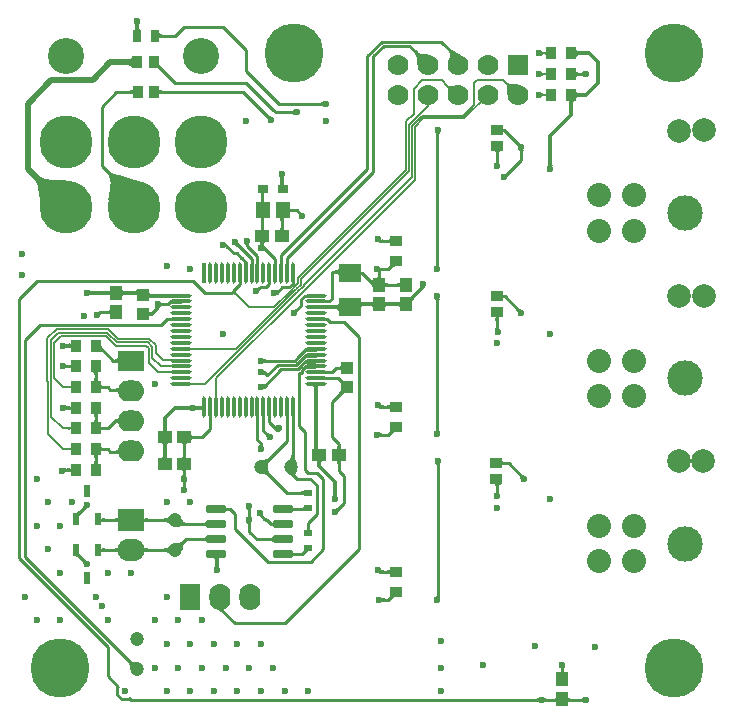
<source format=gbl>
G04*
G04 #@! TF.GenerationSoftware,Altium Limited,Altium Designer,20.2.6 (244)*
G04*
G04 Layer_Physical_Order=4*
G04 Layer_Color=16711680*
%FSLAX25Y25*%
%MOIN*%
G70*
G04*
G04 #@! TF.SameCoordinates,023A6027-31B4-44E3-9114-37264AD4D944*
G04*
G04*
G04 #@! TF.FilePolarity,Positive*
G04*
G01*
G75*
%ADD13C,0.01000*%
%ADD15C,0.00600*%
%ADD28R,0.03937X0.03543*%
%ADD29R,0.04134X0.03543*%
%ADD32R,0.03150X0.03937*%
%ADD33R,0.03543X0.03937*%
%ADD34R,0.04724X0.05512*%
%ADD36R,0.04560X0.03985*%
%ADD44R,0.03937X0.03937*%
%ADD81C,0.01200*%
%ADD82C,0.01968*%
%ADD84O,0.09000X0.07000*%
%ADD85R,0.09000X0.07000*%
%ADD86C,0.12008*%
%ADD87C,0.17717*%
%ADD88C,0.07000*%
%ADD89R,0.07000X0.07000*%
%ADD90C,0.19685*%
%ADD91R,0.09000X0.07500*%
%ADD92O,0.09000X0.07500*%
%ADD93C,0.08000*%
%ADD94C,0.11811*%
%ADD95O,0.07000X0.09000*%
%ADD96R,0.07000X0.09000*%
%ADD97C,0.04724*%
%ADD98C,0.02362*%
%ADD99C,0.07874*%
G04:AMPARAMS|DCode=102|XSize=25.59mil|YSize=64.96mil|CornerRadius=1.92mil|HoleSize=0mil|Usage=FLASHONLY|Rotation=90.000|XOffset=0mil|YOffset=0mil|HoleType=Round|Shape=RoundedRectangle|*
%AMROUNDEDRECTD102*
21,1,0.02559,0.06112,0,0,90.0*
21,1,0.02175,0.06496,0,0,90.0*
1,1,0.00384,0.03056,0.01088*
1,1,0.00384,0.03056,-0.01088*
1,1,0.00384,-0.03056,-0.01088*
1,1,0.00384,-0.03056,0.01088*
%
%ADD102ROUNDEDRECTD102*%
G04:AMPARAMS|DCode=103|XSize=12.3mil|YSize=70.41mil|CornerRadius=6.15mil|HoleSize=0mil|Usage=FLASHONLY|Rotation=270.000|XOffset=0mil|YOffset=0mil|HoleType=Round|Shape=RoundedRectangle|*
%AMROUNDEDRECTD103*
21,1,0.01230,0.05810,0,0,270.0*
21,1,0.00000,0.07041,0,0,270.0*
1,1,0.01230,-0.02905,0.00000*
1,1,0.01230,-0.02905,0.00000*
1,1,0.01230,0.02905,0.00000*
1,1,0.01230,0.02905,0.00000*
%
%ADD103ROUNDEDRECTD103*%
G04:AMPARAMS|DCode=104|XSize=70.41mil|YSize=12.3mil|CornerRadius=6.15mil|HoleSize=0mil|Usage=FLASHONLY|Rotation=270.000|XOffset=0mil|YOffset=0mil|HoleType=Round|Shape=RoundedRectangle|*
%AMROUNDEDRECTD104*
21,1,0.07041,0.00000,0,0,270.0*
21,1,0.05810,0.01230,0,0,270.0*
1,1,0.01230,0.00000,-0.02905*
1,1,0.01230,0.00000,0.02905*
1,1,0.01230,0.00000,0.02905*
1,1,0.01230,0.00000,-0.02905*
%
%ADD104ROUNDEDRECTD104*%
%ADD105R,0.01230X0.07041*%
%ADD106R,0.03543X0.04134*%
%ADD107R,0.03985X0.04560*%
%ADD108R,0.03740X0.02756*%
%ADD109R,0.07480X0.06299*%
%ADD110R,0.03150X0.02362*%
%ADD111R,0.02362X0.03937*%
%ADD112C,0.00800*%
G36*
X42122Y230407D02*
X42084Y230349D01*
X42050Y230283D01*
X42020Y230208D01*
X41995Y230124D01*
X41975Y230031D01*
X41959Y229930D01*
X41948Y229820D01*
X41939Y229573D01*
X40739D01*
X40736Y229701D01*
X40718Y229930D01*
X40702Y230031D01*
X40682Y230124D01*
X40657Y230208D01*
X40628Y230283D01*
X40593Y230349D01*
X40555Y230407D01*
X40512Y230456D01*
X42165D01*
X42122Y230407D01*
D02*
G37*
G36*
X41945Y229304D02*
X41963Y229098D01*
X41993Y228916D01*
X42035Y228759D01*
X42089Y228625D01*
X42155Y228516D01*
X42233Y228432D01*
X42323Y228371D01*
X42425Y228335D01*
X42539Y228322D01*
X40139D01*
X40253Y228335D01*
X40355Y228371D01*
X40445Y228432D01*
X40523Y228516D01*
X40589Y228625D01*
X40643Y228759D01*
X40685Y228916D01*
X40715Y229098D01*
X40733Y229304D01*
X40739Y229535D01*
X41939D01*
X41945Y229304D01*
D02*
G37*
G36*
X48805Y227283D02*
X48835Y227198D01*
X48886Y227123D01*
X48957Y227058D01*
X49048Y227003D01*
X49159Y226958D01*
X49291Y226923D01*
X49443Y226898D01*
X49615Y226883D01*
X49807Y226878D01*
Y225878D01*
X49615Y225873D01*
X49443Y225858D01*
X49291Y225833D01*
X49159Y225798D01*
X49048Y225753D01*
X48957Y225698D01*
X48886Y225633D01*
X48835Y225558D01*
X48805Y225473D01*
X48795Y225378D01*
Y227378D01*
X48805Y227283D01*
D02*
G37*
G36*
X176143Y221199D02*
X176246Y221110D01*
X176348Y221031D01*
X176449Y220962D01*
X176550Y220904D01*
X176651Y220857D01*
X176751Y220820D01*
X176850Y220794D01*
X176949Y220778D01*
X177023Y220774D01*
X177087Y220775D01*
X177191Y220784D01*
X177283Y220799D01*
X177363Y220820D01*
X177430Y220847D01*
X177485Y220880D01*
X177528Y220919D01*
X177559Y220964D01*
X177577Y221015D01*
X177583Y221072D01*
Y219872D01*
X177577Y219929D01*
X177559Y219980D01*
X177528Y220025D01*
X177485Y220064D01*
X177430Y220097D01*
X177363Y220124D01*
X177283Y220145D01*
X177191Y220160D01*
X177087Y220169D01*
X177023Y220171D01*
X176949Y220167D01*
X176850Y220151D01*
X176751Y220125D01*
X176651Y220088D01*
X176550Y220041D01*
X176449Y219983D01*
X176348Y219914D01*
X176246Y219835D01*
X176143Y219746D01*
X176040Y219646D01*
Y221299D01*
X176143Y221199D01*
D02*
G37*
G36*
X187795Y221558D02*
X187831Y221456D01*
X187891Y221366D01*
X187975Y221288D01*
X188083Y221222D01*
X188215Y221168D01*
X188371Y221126D01*
X188551Y221096D01*
X188755Y221078D01*
X188983Y221072D01*
Y219872D01*
X188755Y219866D01*
X188551Y219848D01*
X188371Y219818D01*
X188215Y219776D01*
X188083Y219722D01*
X187975Y219656D01*
X187891Y219578D01*
X187831Y219488D01*
X187795Y219386D01*
X187783Y219272D01*
Y221672D01*
X187795Y221558D01*
D02*
G37*
G36*
X146299Y221552D02*
X146446Y221459D01*
X146917Y221202D01*
X148559Y220419D01*
X149730Y219891D01*
X145162Y218228D01*
X145340Y218624D01*
X145479Y219001D01*
X145579Y219356D01*
X145638Y219690D01*
X145658Y220003D01*
X145638Y220296D01*
X145578Y220568D01*
X145479Y220819D01*
X145340Y221049D01*
X145161Y221258D01*
X146209Y221624D01*
X146299Y221552D01*
D02*
G37*
G36*
X134908Y220826D02*
X135129Y220688D01*
X135388Y220567D01*
X135685Y220463D01*
X136020Y220376D01*
X136394Y220306D01*
X136806Y220252D01*
X137745Y220196D01*
X138272Y220193D01*
X134807Y216728D01*
X134804Y217255D01*
X134748Y218194D01*
X134694Y218606D01*
X134624Y218980D01*
X134537Y219315D01*
X134432Y219612D01*
X134312Y219871D01*
X134174Y220092D01*
X134019Y220274D01*
X134726Y220981D01*
X134908Y220826D01*
D02*
G37*
G36*
X39579Y215551D02*
X39559Y215738D01*
X39500Y215905D01*
X39402Y216053D01*
X39264Y216181D01*
X39087Y216289D01*
X38870Y216378D01*
X38614Y216447D01*
X38319Y216496D01*
X37984Y216526D01*
X37610Y216535D01*
Y218504D01*
X37984Y218514D01*
X38319Y218543D01*
X38614Y218593D01*
X38870Y218661D01*
X39087Y218750D01*
X39264Y218858D01*
X39402Y218986D01*
X39500Y219134D01*
X39559Y219301D01*
X39579Y219488D01*
Y215551D01*
D02*
G37*
G36*
X48753Y217084D02*
X48736Y216983D01*
X48744Y216870D01*
X48778Y216746D01*
X48838Y216610D01*
X48922Y216463D01*
X49032Y216305D01*
X49167Y216135D01*
X49328Y215953D01*
X49514Y215760D01*
X49102Y214758D01*
X48883Y214970D01*
X48496Y215301D01*
X48329Y215420D01*
X48179Y215507D01*
X48046Y215564D01*
X47930Y215589D01*
X47832Y215583D01*
X47752Y215545D01*
X47688Y215477D01*
X48795Y217174D01*
X48753Y217084D01*
D02*
G37*
G36*
X176143Y214309D02*
X176246Y214220D01*
X176348Y214141D01*
X176449Y214072D01*
X176550Y214014D01*
X176651Y213967D01*
X176751Y213930D01*
X176850Y213904D01*
X176949Y213888D01*
X177023Y213884D01*
X177087Y213886D01*
X177191Y213895D01*
X177283Y213910D01*
X177363Y213931D01*
X177430Y213958D01*
X177485Y213991D01*
X177528Y214030D01*
X177559Y214075D01*
X177577Y214126D01*
X177583Y214183D01*
Y212983D01*
X177577Y213040D01*
X177559Y213091D01*
X177528Y213136D01*
X177485Y213175D01*
X177430Y213208D01*
X177363Y213235D01*
X177283Y213256D01*
X177191Y213271D01*
X177087Y213280D01*
X177023Y213281D01*
X176949Y213277D01*
X176850Y213262D01*
X176751Y213235D01*
X176651Y213198D01*
X176550Y213151D01*
X176449Y213093D01*
X176348Y213025D01*
X176246Y212946D01*
X176143Y212856D01*
X176040Y212756D01*
Y214409D01*
X176143Y214309D01*
D02*
G37*
G36*
X190101Y212756D02*
X190034Y212818D01*
X189962Y212874D01*
X189883Y212923D01*
X189798Y212965D01*
X189707Y213001D01*
X189611Y213030D01*
X189509Y213053D01*
X189400Y213070D01*
X189286Y213079D01*
X189166Y213083D01*
Y214083D01*
X189286Y214086D01*
X189400Y214096D01*
X189509Y214112D01*
X189611Y214135D01*
X189707Y214164D01*
X189798Y214200D01*
X189883Y214243D01*
X189962Y214292D01*
X190034Y214347D01*
X190101Y214409D01*
Y212756D01*
D02*
G37*
G36*
X187793Y214488D02*
X187823Y214403D01*
X187873Y214328D01*
X187943Y214263D01*
X188033Y214208D01*
X188143Y214163D01*
X188273Y214128D01*
X188423Y214103D01*
X188593Y214088D01*
X188783Y214083D01*
Y213083D01*
X188593Y213078D01*
X188423Y213063D01*
X188273Y213038D01*
X188143Y213003D01*
X188033Y212958D01*
X187943Y212903D01*
X187873Y212838D01*
X187823Y212763D01*
X187793Y212678D01*
X187783Y212583D01*
Y214583D01*
X187793Y214488D01*
D02*
G37*
G36*
X145037Y209733D02*
X145184Y209633D01*
X145337Y209559D01*
X145496Y209509D01*
X145661Y209484D01*
X145832Y209485D01*
X146010Y209510D01*
X146193Y209561D01*
X146383Y209636D01*
X146579Y209737D01*
X144912Y207542D01*
X144960Y207770D01*
X144987Y207990D01*
X144994Y208200D01*
X144981Y208403D01*
X144947Y208596D01*
X144893Y208781D01*
X144819Y208957D01*
X144724Y209124D01*
X144609Y209283D01*
X144473Y209434D01*
X144897Y209858D01*
X145037Y209733D01*
D02*
G37*
G36*
X164730Y210724D02*
X164938Y210607D01*
X165193Y210505D01*
X165494Y210417D01*
X165841Y210343D01*
X166235Y210284D01*
X167161Y210210D01*
X168272Y210193D01*
X164807Y206728D01*
X164806Y207307D01*
X164716Y208766D01*
X164657Y209159D01*
X164583Y209506D01*
X164495Y209807D01*
X164393Y210062D01*
X164276Y210270D01*
X164144Y210432D01*
X164568Y210856D01*
X164730Y210724D01*
D02*
G37*
G36*
X48707Y208582D02*
X48737Y208497D01*
X48788Y208422D01*
X48858Y208357D01*
X48950Y208302D01*
X49061Y208257D01*
X49192Y208222D01*
X49344Y208197D01*
X49516Y208182D01*
X49709Y208177D01*
Y207177D01*
X49516Y207172D01*
X49344Y207157D01*
X49192Y207132D01*
X49061Y207097D01*
X48950Y207052D01*
X48858Y206997D01*
X48788Y206932D01*
X48737Y206857D01*
X48707Y206772D01*
X48697Y206677D01*
Y208677D01*
X48707Y208582D01*
D02*
G37*
G36*
X39874Y206677D02*
X39864Y206772D01*
X39834Y206857D01*
X39784Y206932D01*
X39714Y206997D01*
X39624Y207052D01*
X39514Y207097D01*
X39384Y207132D01*
X39234Y207157D01*
X39064Y207172D01*
X38874Y207177D01*
Y208177D01*
X39064Y208182D01*
X39234Y208197D01*
X39384Y208222D01*
X39514Y208257D01*
X39624Y208302D01*
X39714Y208357D01*
X39784Y208422D01*
X39834Y208497D01*
X39864Y208582D01*
X39874Y208677D01*
Y206677D01*
D02*
G37*
G36*
X176143Y207420D02*
X176246Y207330D01*
X176348Y207251D01*
X176449Y207183D01*
X176550Y207125D01*
X176651Y207077D01*
X176751Y207040D01*
X176850Y207014D01*
X176949Y206998D01*
X177023Y206994D01*
X177087Y206996D01*
X177191Y207005D01*
X177283Y207020D01*
X177363Y207041D01*
X177430Y207068D01*
X177485Y207101D01*
X177528Y207140D01*
X177559Y207185D01*
X177577Y207236D01*
X177583Y207293D01*
Y206093D01*
X177577Y206150D01*
X177559Y206201D01*
X177528Y206246D01*
X177485Y206285D01*
X177430Y206318D01*
X177363Y206345D01*
X177283Y206366D01*
X177191Y206381D01*
X177087Y206390D01*
X177023Y206392D01*
X176949Y206388D01*
X176850Y206372D01*
X176751Y206346D01*
X176651Y206309D01*
X176550Y206261D01*
X176449Y206203D01*
X176348Y206135D01*
X176246Y206056D01*
X176143Y205966D01*
X176040Y205866D01*
Y207520D01*
X176143Y207420D01*
D02*
G37*
G36*
X187795Y207779D02*
X187831Y207677D01*
X187891Y207587D01*
X187975Y207509D01*
X188083Y207443D01*
X188215Y207389D01*
X188371Y207347D01*
X188551Y207317D01*
X188755Y207299D01*
X188983Y207293D01*
Y206093D01*
X188755Y206087D01*
X188551Y206069D01*
X188371Y206039D01*
X188215Y205997D01*
X188083Y205943D01*
X187975Y205877D01*
X187891Y205799D01*
X187831Y205709D01*
X187795Y205607D01*
X187783Y205493D01*
Y207893D01*
X187795Y207779D01*
D02*
G37*
G36*
X187110Y204736D02*
X187008Y204700D01*
X186918Y204639D01*
X186840Y204555D01*
X186774Y204445D01*
X186720Y204312D01*
X186678Y204154D01*
X186648Y203973D01*
X186630Y203767D01*
X186624Y203536D01*
X185424D01*
X185418Y203767D01*
X185400Y203973D01*
X185370Y204154D01*
X185328Y204312D01*
X185274Y204445D01*
X185208Y204555D01*
X185130Y204639D01*
X185040Y204700D01*
X184938Y204736D01*
X184824Y204748D01*
X187224D01*
X187110Y204736D01*
D02*
G37*
G36*
X103487Y202913D02*
X103420Y202976D01*
X103347Y203031D01*
X103269Y203080D01*
X103184Y203122D01*
X103093Y203158D01*
X102997Y203188D01*
X102894Y203211D01*
X102786Y203227D01*
X102672Y203237D01*
X102552Y203240D01*
Y204240D01*
X102672Y204243D01*
X102786Y204253D01*
X102894Y204270D01*
X102997Y204292D01*
X103093Y204322D01*
X103184Y204358D01*
X103269Y204400D01*
X103347Y204449D01*
X103420Y204505D01*
X103487Y204567D01*
Y202913D01*
D02*
G37*
G36*
X93645Y199961D02*
X93578Y200023D01*
X93505Y200078D01*
X93426Y200127D01*
X93341Y200170D01*
X93251Y200206D01*
X93154Y200235D01*
X93052Y200258D01*
X92944Y200274D01*
X92830Y200284D01*
X92709Y200287D01*
Y201287D01*
X92830Y201291D01*
X92944Y201301D01*
X93052Y201317D01*
X93154Y201340D01*
X93251Y201369D01*
X93341Y201405D01*
X93426Y201448D01*
X93505Y201497D01*
X93578Y201552D01*
X93645Y201614D01*
Y199961D01*
D02*
G37*
G36*
X85305Y199855D02*
X85393Y199782D01*
X85481Y199717D01*
X85569Y199661D01*
X85658Y199613D01*
X85748Y199574D01*
X85838Y199545D01*
X85928Y199524D01*
X86019Y199511D01*
X86110Y199508D01*
X84941Y198339D01*
X84938Y198430D01*
X84925Y198521D01*
X84904Y198611D01*
X84874Y198701D01*
X84836Y198791D01*
X84788Y198880D01*
X84732Y198968D01*
X84667Y199056D01*
X84593Y199144D01*
X84511Y199231D01*
X85218Y199938D01*
X85305Y199855D01*
D02*
G37*
G36*
X163201Y195424D02*
X163218Y195418D01*
X163245Y195412D01*
X163284Y195407D01*
X163394Y195400D01*
X163746Y195394D01*
Y194394D01*
X163641Y194393D01*
X163201Y194363D01*
X163196Y194356D01*
Y195431D01*
X163201Y195424D01*
D02*
G37*
G36*
X142349Y193875D02*
X142277Y193824D01*
X142212Y193766D01*
X142155Y193699D01*
X142105Y193625D01*
X142063Y193543D01*
X142029Y193454D01*
X142002Y193356D01*
X141983Y193250D01*
X141972Y193137D01*
X141968Y193016D01*
X140968Y193273D01*
X140966Y193393D01*
X140947Y193617D01*
X140931Y193722D01*
X140885Y193917D01*
X140855Y194006D01*
X140821Y194091D01*
X140781Y194170D01*
X140738Y194245D01*
X142349Y193875D01*
D02*
G37*
G36*
X168660Y190691D02*
X168748Y190617D01*
X168836Y190552D01*
X168924Y190496D01*
X169014Y190448D01*
X169103Y190410D01*
X169193Y190380D01*
X169283Y190359D01*
X169374Y190347D01*
X169465Y190343D01*
X168296Y189174D01*
X168293Y189265D01*
X168280Y189356D01*
X168259Y189446D01*
X168229Y189536D01*
X168191Y189626D01*
X168143Y189715D01*
X168087Y189803D01*
X168022Y189892D01*
X167948Y189979D01*
X167866Y190066D01*
X168573Y190773D01*
X168660Y190691D01*
D02*
G37*
G36*
X170242Y188252D02*
X170186Y188179D01*
X170137Y188100D01*
X170095Y188015D01*
X170059Y187925D01*
X170029Y187828D01*
X170007Y187726D01*
X169990Y187618D01*
X169980Y187504D01*
X169977Y187383D01*
X168977D01*
X168974Y187504D01*
X168964Y187618D01*
X168948Y187726D01*
X168925Y187828D01*
X168895Y187925D01*
X168860Y188015D01*
X168817Y188100D01*
X168768Y188179D01*
X168712Y188252D01*
X168650Y188319D01*
X170304D01*
X170242Y188252D01*
D02*
G37*
G36*
X162322Y187821D02*
X162237Y187791D01*
X162162Y187740D01*
X162097Y187669D01*
X162042Y187578D01*
X161997Y187467D01*
X161962Y187335D01*
X161937Y187183D01*
X161922Y187011D01*
X161917Y186819D01*
X160917D01*
X160912Y187011D01*
X160897Y187183D01*
X160872Y187335D01*
X160837Y187467D01*
X160792Y187578D01*
X160737Y187669D01*
X160672Y187740D01*
X160597Y187791D01*
X160512Y187821D01*
X160417Y187831D01*
X162417D01*
X162322Y187821D01*
D02*
G37*
G36*
X161921Y184522D02*
X161930Y184408D01*
X161947Y184299D01*
X161970Y184197D01*
X161999Y184100D01*
X162035Y184010D01*
X162077Y183925D01*
X162127Y183846D01*
X162182Y183774D01*
X162244Y183706D01*
X160591D01*
X160653Y183774D01*
X160708Y183846D01*
X160757Y183925D01*
X160800Y184010D01*
X160836Y184100D01*
X160865Y184197D01*
X160888Y184299D01*
X160904Y184408D01*
X160914Y184522D01*
X160917Y184642D01*
X161917D01*
X161921Y184522D01*
D02*
G37*
G36*
X179736Y183685D02*
X179754Y183456D01*
X179770Y183354D01*
X179791Y183262D01*
X179815Y183178D01*
X179845Y183103D01*
X179879Y183036D01*
X179918Y182979D01*
X179961Y182930D01*
X178307D01*
X178350Y182979D01*
X178389Y183036D01*
X178423Y183103D01*
X178452Y183178D01*
X178477Y183262D01*
X178498Y183354D01*
X178513Y183456D01*
X178525Y183566D01*
X178534Y183813D01*
X179734D01*
X179736Y183685D01*
D02*
G37*
G36*
X165220Y180027D02*
X165138Y179940D01*
X165064Y179852D01*
X164999Y179764D01*
X164943Y179675D01*
X164895Y179587D01*
X164857Y179497D01*
X164827Y179407D01*
X164806Y179317D01*
X164793Y179226D01*
X164790Y179135D01*
X163621Y180304D01*
X163712Y180307D01*
X163803Y180320D01*
X163893Y180341D01*
X163983Y180370D01*
X164073Y180409D01*
X164162Y180456D01*
X164250Y180513D01*
X164338Y180578D01*
X164426Y180651D01*
X164513Y180734D01*
X165220Y180027D01*
D02*
G37*
G36*
X90351Y179226D02*
X90312Y179168D01*
X90278Y179102D01*
X90249Y179027D01*
X90224Y178943D01*
X90203Y178850D01*
X90187Y178749D01*
X90176Y178639D01*
X90167Y178392D01*
X88967D01*
X88965Y178520D01*
X88946Y178749D01*
X88931Y178850D01*
X88910Y178943D01*
X88885Y179027D01*
X88856Y179102D01*
X88822Y179168D01*
X88783Y179226D01*
X88740Y179275D01*
X90394D01*
X90351Y179226D01*
D02*
G37*
G36*
X90173Y177535D02*
X90191Y177331D01*
X90221Y177151D01*
X90263Y176995D01*
X90317Y176863D01*
X90383Y176755D01*
X90461Y176671D01*
X90551Y176611D01*
X90653Y176575D01*
X90767Y176563D01*
X88367D01*
X88481Y176575D01*
X88583Y176611D01*
X88673Y176671D01*
X88751Y176755D01*
X88817Y176863D01*
X88871Y176995D01*
X88913Y177151D01*
X88943Y177331D01*
X88961Y177535D01*
X88967Y177763D01*
X90167D01*
X90173Y177535D01*
D02*
G37*
G36*
X32606Y180769D02*
X33011Y180570D01*
X33584Y180340D01*
X35235Y179791D01*
X40550Y178328D01*
X42299Y177887D01*
X31607Y171604D01*
X31938Y172922D01*
X32371Y175267D01*
X32473Y176294D01*
X32498Y177223D01*
X32447Y178056D01*
X32319Y178791D01*
X32115Y179429D01*
X31834Y179970D01*
X31477Y180414D01*
X32368Y180938D01*
X32606Y180769D01*
D02*
G37*
G36*
X8862Y179611D02*
X9403Y179291D01*
X10053Y179011D01*
X10810Y178770D01*
X11676Y178568D01*
X12650Y178405D01*
X14923Y178199D01*
X16221Y178154D01*
X17628Y178149D01*
X8859Y169380D01*
X8854Y170787D01*
X8602Y174358D01*
X8440Y175332D01*
X8238Y176198D01*
X7997Y176955D01*
X7716Y177604D01*
X7397Y178146D01*
X7037Y178579D01*
X8429Y179971D01*
X8862Y179611D01*
D02*
G37*
G36*
X90472Y165565D02*
X90387Y165535D01*
X90312Y165484D01*
X90247Y165413D01*
X90192Y165322D01*
X90147Y165211D01*
X90112Y165079D01*
X90087Y164927D01*
X90072Y164755D01*
X90067Y164563D01*
X89067D01*
X89062Y164755D01*
X89047Y164927D01*
X89022Y165079D01*
X88987Y165211D01*
X88942Y165322D01*
X88887Y165413D01*
X88822Y165484D01*
X88747Y165535D01*
X88662Y165565D01*
X88567Y165575D01*
X90567D01*
X90472Y165565D01*
D02*
G37*
G36*
X90072Y162237D02*
X90087Y162065D01*
X90112Y161913D01*
X90147Y161782D01*
X90192Y161670D01*
X90247Y161579D01*
X90312Y161508D01*
X90387Y161458D01*
X90472Y161427D01*
X90567Y161417D01*
X88567D01*
X88662Y161427D01*
X88747Y161458D01*
X88822Y161508D01*
X88887Y161579D01*
X88942Y161670D01*
X88987Y161782D01*
X89022Y161913D01*
X89047Y162065D01*
X89062Y162237D01*
X89067Y162429D01*
X90067D01*
X90072Y162237D01*
D02*
G37*
G36*
X122952Y158686D02*
X122988Y158620D01*
X123035Y158563D01*
X123093Y158512D01*
X123162Y158470D01*
X123242Y158436D01*
X123332Y158409D01*
X123434Y158389D01*
X123546Y158378D01*
X123669Y158374D01*
X123515Y157374D01*
X122151Y157342D01*
X122927Y158759D01*
X122952Y158686D01*
D02*
G37*
G36*
X125744Y156874D02*
X125734Y156969D01*
X125704Y157054D01*
X125653Y157129D01*
X125582Y157194D01*
X125491Y157249D01*
X125380Y157294D01*
X125248Y157329D01*
X125096Y157354D01*
X124924Y157369D01*
X124732Y157374D01*
Y158374D01*
X124924Y158379D01*
X125096Y158394D01*
X125248Y158419D01*
X125380Y158454D01*
X125491Y158499D01*
X125582Y158554D01*
X125653Y158619D01*
X125704Y158694D01*
X125734Y158779D01*
X125744Y158874D01*
Y156874D01*
D02*
G37*
G36*
X78741Y157023D02*
X78702Y156973D01*
X78669Y156913D01*
X78640Y156843D01*
X78615Y156764D01*
X78595Y156674D01*
X78579Y156575D01*
X78568Y156465D01*
X78559Y156217D01*
X77559D01*
X77557Y156346D01*
X77539Y156575D01*
X77523Y156674D01*
X77503Y156764D01*
X77478Y156843D01*
X77449Y156913D01*
X77415Y156973D01*
X77377Y157023D01*
X77334Y157062D01*
X78783D01*
X78741Y157023D01*
D02*
G37*
G36*
X75003Y157377D02*
X75016Y157286D01*
X75037Y157196D01*
X75067Y157106D01*
X75105Y157017D01*
X75153Y156928D01*
X75209Y156839D01*
X75274Y156751D01*
X75348Y156663D01*
X75430Y156576D01*
X74723Y155869D01*
X74636Y155952D01*
X74548Y156025D01*
X74460Y156090D01*
X74372Y156147D01*
X74283Y156194D01*
X74193Y156233D01*
X74103Y156263D01*
X74013Y156283D01*
X73922Y156296D01*
X73831Y156299D01*
X75000Y157468D01*
X75003Y157377D01*
D02*
G37*
G36*
X83960Y157458D02*
X83875Y157428D01*
X83800Y157378D01*
X83735Y157308D01*
X83680Y157218D01*
X83635Y157108D01*
X83600Y156978D01*
X83575Y156828D01*
X83568Y156749D01*
X83583Y156559D01*
X83599Y156460D01*
X83641Y156278D01*
X83667Y156195D01*
X83697Y156118D01*
X83703Y156105D01*
X84699Y155182D01*
X84140Y154326D01*
X84050Y154411D01*
X83963Y154483D01*
X83879Y154541D01*
X83798Y154585D01*
X83721Y154616D01*
X83647Y154633D01*
X83576Y154636D01*
X83508Y154626D01*
X83444Y154602D01*
X83383Y154565D01*
X83683Y156062D01*
X82164Y156576D01*
X82238Y156618D01*
X82305Y156669D01*
X82363Y156729D01*
X82414Y156797D01*
X82457Y156875D01*
X82493Y156961D01*
X82504Y157001D01*
X82475Y157108D01*
X82430Y157218D01*
X82375Y157308D01*
X82310Y157378D01*
X82235Y157428D01*
X82150Y157458D01*
X82055Y157468D01*
X84055D01*
X83960Y157458D01*
D02*
G37*
G36*
X141971Y150281D02*
X141981Y150167D01*
X141998Y150058D01*
X142020Y149956D01*
X142050Y149859D01*
X142086Y149769D01*
X142128Y149684D01*
X142177Y149605D01*
X142233Y149532D01*
X142295Y149466D01*
X140641D01*
X140703Y149532D01*
X140759Y149605D01*
X140808Y149684D01*
X140850Y149769D01*
X140886Y149859D01*
X140916Y149956D01*
X140939Y150058D01*
X140955Y150167D01*
X140965Y150281D01*
X140968Y150401D01*
X141968D01*
X141971Y150281D01*
D02*
G37*
G36*
X127343Y149434D02*
X127258Y149480D01*
X127160Y149500D01*
X127049Y149494D01*
X126927Y149462D01*
X126791Y149403D01*
X126644Y149318D01*
X126484Y149207D01*
X126311Y149069D01*
X125929Y148714D01*
X125025Y149225D01*
X125233Y149440D01*
X125558Y149820D01*
X125675Y149986D01*
X125762Y150136D01*
X125819Y150269D01*
X125846Y150386D01*
X125842Y150487D01*
X125808Y150571D01*
X125744Y150639D01*
X127343Y149434D01*
D02*
G37*
G36*
X122145Y149302D02*
X122218Y149247D01*
X122296Y149198D01*
X122381Y149155D01*
X122471Y149119D01*
X122568Y149090D01*
X122670Y149067D01*
X122779Y149051D01*
X122893Y149041D01*
X123013Y149038D01*
Y148038D01*
X122893Y148035D01*
X122779Y148025D01*
X122670Y148008D01*
X122568Y147985D01*
X122471Y147956D01*
X122441Y147944D01*
X122547Y146973D01*
X121547Y146690D01*
X121544Y146816D01*
X121534Y146929D01*
X121517Y147028D01*
X121494Y147114D01*
X121464Y147188D01*
X121428Y147248D01*
X121385Y147295D01*
X121335Y147328D01*
X121278Y147349D01*
X121215Y147357D01*
X122078Y148073D01*
Y149365D01*
X122145Y149302D01*
D02*
G37*
G36*
X108489Y146638D02*
X108478Y146733D01*
X108448Y146818D01*
X108397Y146893D01*
X108327Y146958D01*
X108236Y147013D01*
X108124Y147058D01*
X107993Y147093D01*
X107841Y147118D01*
X107669Y147133D01*
X107477Y147138D01*
Y148138D01*
X107669Y148143D01*
X107841Y148158D01*
X107993Y148183D01*
X108124Y148218D01*
X108236Y148263D01*
X108327Y148318D01*
X108397Y148383D01*
X108448Y148458D01*
X108478Y148543D01*
X108489Y148638D01*
Y146638D01*
D02*
G37*
G36*
X122552Y146398D02*
X122567Y146226D01*
X122592Y146074D01*
X122627Y145943D01*
X122672Y145832D01*
X122727Y145740D01*
X122792Y145670D01*
X122867Y145619D01*
X122952Y145589D01*
X123047Y145579D01*
X121047D01*
X121142Y145589D01*
X121227Y145619D01*
X121302Y145670D01*
X121367Y145740D01*
X121422Y145832D01*
X121467Y145943D01*
X121502Y146074D01*
X121527Y146226D01*
X121542Y146398D01*
X121547Y146591D01*
X122547D01*
X122552Y146398D01*
D02*
G37*
G36*
X120079Y142102D02*
X120068Y142244D01*
X120036Y142395D01*
X119982Y142553D01*
X119907Y142718D01*
X119811Y142891D01*
X119693Y143072D01*
X119553Y143260D01*
X119210Y143659D01*
X119006Y143869D01*
X119360Y144930D01*
X119496Y144801D01*
X119619Y144700D01*
X119727Y144628D01*
X119820Y144585D01*
X119899Y144571D01*
X119964Y144585D01*
X120014Y144628D01*
X120050Y144700D01*
X120072Y144801D01*
X120079Y144930D01*
Y142102D01*
D02*
G37*
G36*
X128937Y142323D02*
X128927Y142418D01*
X128897Y142503D01*
X128846Y142578D01*
X128775Y142643D01*
X128684Y142698D01*
X128573Y142743D01*
X128441Y142778D01*
X128289Y142803D01*
X128117Y142818D01*
X127925Y142823D01*
Y143823D01*
X128117Y143828D01*
X128289Y143843D01*
X128441Y143868D01*
X128573Y143903D01*
X128684Y143948D01*
X128775Y144003D01*
X128846Y144068D01*
X128897Y144143D01*
X128927Y144228D01*
X128937Y144323D01*
Y142323D01*
D02*
G37*
G36*
X124038Y144228D02*
X124068Y144143D01*
X124118Y144068D01*
X124188Y144003D01*
X124278Y143948D01*
X124388Y143903D01*
X124518Y143868D01*
X124668Y143843D01*
X124838Y143828D01*
X125028Y143823D01*
Y142823D01*
X124838Y142818D01*
X124668Y142803D01*
X124518Y142778D01*
X124388Y142743D01*
X124278Y142698D01*
X124188Y142643D01*
X124118Y142578D01*
X124068Y142503D01*
X124038Y142418D01*
X124028Y142323D01*
Y144323D01*
X124038Y144228D01*
D02*
G37*
G36*
X137414Y142685D02*
X136551Y141609D01*
X135545Y142299D01*
X135635Y142393D01*
X135775Y142563D01*
X135827Y142641D01*
X135865Y142713D01*
X135890Y142780D01*
X135903Y142842D01*
X135903Y142898D01*
X135890Y142949D01*
X135864Y142995D01*
X137414Y142685D01*
D02*
G37*
G36*
X88913Y141018D02*
X87953Y140046D01*
X87539Y141597D01*
X87607Y141562D01*
X87676Y141541D01*
X87749Y141532D01*
X87824Y141537D01*
X87901Y141555D01*
X87981Y141587D01*
X88064Y141631D01*
X88148Y141690D01*
X88236Y141761D01*
X88326Y141846D01*
X88913Y141018D01*
D02*
G37*
G36*
X82739Y142072D02*
X82657Y141984D01*
X82583Y141897D01*
X82518Y141809D01*
X82462Y141720D01*
X82414Y141631D01*
X82376Y141542D01*
X82346Y141452D01*
X82325Y141361D01*
X82313Y141271D01*
X82309Y141179D01*
X81140Y142349D01*
X81231Y142352D01*
X81322Y142364D01*
X81412Y142385D01*
X81502Y142415D01*
X81592Y142454D01*
X81681Y142501D01*
X81769Y142557D01*
X81857Y142622D01*
X81945Y142696D01*
X82032Y142779D01*
X82739Y142072D01*
D02*
G37*
G36*
X73834Y141219D02*
X73855Y141185D01*
X73890Y141139D01*
X74002Y141008D01*
X74529Y140462D01*
X74105Y140038D01*
X73326Y140740D01*
X73827Y141241D01*
X73834Y141219D01*
D02*
G37*
G36*
X25499Y141532D02*
X25556Y141493D01*
X25623Y141459D01*
X25698Y141430D01*
X25782Y141405D01*
X25874Y141384D01*
X25976Y141368D01*
X26086Y141357D01*
X26332Y141348D01*
Y140148D01*
X26205Y140146D01*
X25976Y140128D01*
X25874Y140112D01*
X25782Y140091D01*
X25698Y140066D01*
X25623Y140037D01*
X25556Y140003D01*
X25499Y139964D01*
X25450Y139921D01*
Y141575D01*
X25499Y141532D01*
D02*
G37*
G36*
X41363Y139548D02*
X41350Y139662D01*
X41313Y139764D01*
X41252Y139854D01*
X41167Y139932D01*
X41058Y139998D01*
X40925Y140052D01*
X40767Y140094D01*
X40586Y140124D01*
X40380Y140142D01*
X40151Y140148D01*
Y141348D01*
X40379Y141354D01*
X40583Y141371D01*
X40763Y141399D01*
X40919Y141439D01*
X41051Y141490D01*
X41159Y141553D01*
X41243Y141627D01*
X41303Y141712D01*
X41339Y141809D01*
X41351Y141917D01*
X41363Y139548D01*
D02*
G37*
G36*
X36429Y141834D02*
X36466Y141732D01*
X36526Y141642D01*
X36611Y141564D01*
X36720Y141498D01*
X36854Y141444D01*
X37011Y141402D01*
X37193Y141372D01*
X37399Y141354D01*
X37629Y141348D01*
Y140148D01*
X37399Y140142D01*
X37193Y140124D01*
X37011Y140094D01*
X36854Y140052D01*
X36720Y139998D01*
X36611Y139932D01*
X36526Y139854D01*
X36466Y139764D01*
X36429Y139662D01*
X36417Y139548D01*
Y141948D01*
X36429Y141834D01*
D02*
G37*
G36*
X32468Y139548D02*
X32456Y139662D01*
X32420Y139764D01*
X32360Y139854D01*
X32276Y139932D01*
X32168Y139998D01*
X32036Y140052D01*
X31880Y140094D01*
X31700Y140124D01*
X31496Y140142D01*
X31268Y140148D01*
Y141348D01*
X31496Y141354D01*
X31700Y141372D01*
X31880Y141402D01*
X32036Y141444D01*
X32168Y141498D01*
X32276Y141564D01*
X32360Y141642D01*
X32420Y141732D01*
X32456Y141834D01*
X32468Y141948D01*
Y139548D01*
D02*
G37*
G36*
X133734Y138791D02*
X133510Y138558D01*
X133154Y138134D01*
X133022Y137943D01*
X132922Y137767D01*
X132852Y137604D01*
X132814Y137455D01*
X132807Y137321D01*
X132831Y137201D01*
X132886Y137094D01*
X131476Y139079D01*
X131557Y138998D01*
X131657Y138954D01*
X131777Y138947D01*
X131917Y138976D01*
X132077Y139043D01*
X132256Y139146D01*
X132456Y139286D01*
X132675Y139463D01*
X133173Y139927D01*
X133734Y138791D01*
D02*
G37*
G36*
X163203Y140099D02*
X163222Y140074D01*
X163255Y140052D01*
X163302Y140033D01*
X163361Y140017D01*
X163433Y140004D01*
X163519Y139994D01*
X163730Y139982D01*
X163855Y139980D01*
Y138980D01*
X163730Y138979D01*
X163433Y138957D01*
X163361Y138944D01*
X163302Y138927D01*
X163255Y138908D01*
X163222Y138886D01*
X163203Y138861D01*
X163196Y138833D01*
Y140127D01*
X163203Y140099D01*
D02*
G37*
G36*
X45264Y140850D02*
X45300Y140748D01*
X45361Y140658D01*
X45445Y140580D01*
X45555Y140514D01*
X45688Y140460D01*
X45845Y140418D01*
X46027Y140388D01*
X46233Y140370D01*
X46464Y140364D01*
Y139164D01*
X46233Y139158D01*
X46027Y139140D01*
X45845Y139110D01*
X45688Y139068D01*
X45555Y139014D01*
X45445Y138948D01*
X45361Y138870D01*
X45300Y138780D01*
X45264Y138678D01*
X45252Y138564D01*
Y140964D01*
X45264Y140850D01*
D02*
G37*
G36*
X142233Y138589D02*
X142177Y138516D01*
X142128Y138437D01*
X142086Y138353D01*
X142050Y138262D01*
X142020Y138166D01*
X141998Y138063D01*
X141981Y137955D01*
X141971Y137841D01*
X141968Y137721D01*
X140968D01*
X140965Y137841D01*
X140955Y137955D01*
X140939Y138063D01*
X140916Y138166D01*
X140886Y138262D01*
X140850Y138353D01*
X140808Y138437D01*
X140759Y138516D01*
X140703Y138589D01*
X140641Y138656D01*
X142295D01*
X142233Y138589D01*
D02*
G37*
G36*
X49139Y137576D02*
X49212Y137520D01*
X49290Y137471D01*
X49375Y137429D01*
X49466Y137393D01*
X49562Y137363D01*
X49665Y137340D01*
X49773Y137324D01*
X49887Y137314D01*
X50007Y137311D01*
Y136311D01*
X49887Y136308D01*
X49773Y136298D01*
X49665Y136282D01*
X49562Y136259D01*
X49466Y136229D01*
X49375Y136193D01*
X49290Y136151D01*
X49212Y136102D01*
X49139Y136046D01*
X49072Y135984D01*
Y137638D01*
X49139Y137576D01*
D02*
G37*
G36*
X128937Y135611D02*
X128925Y135725D01*
X128889Y135827D01*
X128828Y135917D01*
X128743Y135995D01*
X128634Y136061D01*
X128501Y136115D01*
X128343Y136157D01*
X128161Y136187D01*
X127955Y136205D01*
X127725Y136211D01*
Y137411D01*
X127955Y137417D01*
X128161Y137435D01*
X128343Y137465D01*
X128501Y137507D01*
X128634Y137561D01*
X128743Y137627D01*
X128828Y137705D01*
X128889Y137795D01*
X128925Y137897D01*
X128937Y138011D01*
Y135611D01*
D02*
G37*
G36*
X124040Y137897D02*
X124076Y137795D01*
X124136Y137705D01*
X124220Y137627D01*
X124328Y137561D01*
X124460Y137507D01*
X124616Y137465D01*
X124796Y137435D01*
X125000Y137417D01*
X125228Y137411D01*
Y136211D01*
X125000Y136205D01*
X124796Y136187D01*
X124616Y136157D01*
X124460Y136115D01*
X124328Y136061D01*
X124220Y135995D01*
X124136Y135917D01*
X124076Y135827D01*
X124040Y135725D01*
X124028Y135611D01*
Y138011D01*
X124040Y137897D01*
D02*
G37*
G36*
X120079Y135611D02*
X120067Y135725D01*
X120030Y135827D01*
X119970Y135917D01*
X119885Y135995D01*
X119776Y136061D01*
X119642Y136115D01*
X119485Y136157D01*
X119303Y136187D01*
X119097Y136205D01*
X118867Y136211D01*
Y137411D01*
X119097Y137417D01*
X119303Y137435D01*
X119485Y137465D01*
X119642Y137507D01*
X119776Y137561D01*
X119885Y137627D01*
X119970Y137705D01*
X120030Y137795D01*
X120067Y137897D01*
X120079Y138011D01*
Y135611D01*
D02*
G37*
G36*
X115933Y137897D02*
X115969Y137795D01*
X116030Y137705D01*
X116115Y137627D01*
X116224Y137561D01*
X116357Y137507D01*
X116515Y137465D01*
X116697Y137435D01*
X116903Y137417D01*
X117133Y137411D01*
Y136211D01*
X116903Y136205D01*
X116697Y136187D01*
X116515Y136157D01*
X116357Y136115D01*
X116224Y136061D01*
X116115Y135995D01*
X116030Y135917D01*
X115969Y135827D01*
X115933Y135725D01*
X115921Y135611D01*
Y138011D01*
X115933Y137897D01*
D02*
G37*
G36*
X48831Y135795D02*
X47898Y134790D01*
X47042Y135348D01*
X47128Y135438D01*
X47199Y135525D01*
X47257Y135609D01*
X47301Y135690D01*
X47332Y135767D01*
X47349Y135842D01*
X47353Y135912D01*
X47342Y135980D01*
X47319Y136044D01*
X47281Y136106D01*
X48831Y135795D01*
D02*
G37*
G36*
X108489Y134627D02*
X108476Y134741D01*
X108440Y134843D01*
X108379Y134933D01*
X108295Y135011D01*
X108186Y135077D01*
X108052Y135131D01*
X107895Y135173D01*
X107713Y135203D01*
X107507Y135221D01*
X107277Y135227D01*
Y136427D01*
X107507Y136433D01*
X107713Y136451D01*
X107895Y136481D01*
X108052Y136523D01*
X108186Y136577D01*
X108295Y136643D01*
X108379Y136721D01*
X108440Y136811D01*
X108476Y136913D01*
X108489Y137027D01*
Y134627D01*
D02*
G37*
G36*
X168567Y135480D02*
X168655Y135406D01*
X168743Y135341D01*
X168832Y135285D01*
X168921Y135238D01*
X169010Y135199D01*
X169100Y135169D01*
X169190Y135148D01*
X169281Y135136D01*
X169372Y135132D01*
X168203Y133963D01*
X168200Y134054D01*
X168187Y134145D01*
X168166Y134236D01*
X168137Y134325D01*
X168098Y134415D01*
X168051Y134504D01*
X167994Y134592D01*
X167929Y134680D01*
X167856Y134768D01*
X167773Y134855D01*
X168480Y135563D01*
X168567Y135480D01*
D02*
G37*
G36*
X95094Y134817D02*
X95011Y134730D01*
X94938Y134642D01*
X94874Y134554D01*
X94819Y134465D01*
X94773Y134376D01*
X94737Y134287D01*
X94709Y134197D01*
X94691Y134106D01*
X94683Y134015D01*
X94683Y133924D01*
X93462Y135039D01*
X93553Y135046D01*
X93643Y135062D01*
X93733Y135086D01*
X93822Y135118D01*
X93912Y135159D01*
X94000Y135208D01*
X94089Y135266D01*
X94176Y135332D01*
X94264Y135406D01*
X94351Y135489D01*
X95094Y134817D01*
D02*
G37*
G36*
X32468Y133236D02*
X32458Y133331D01*
X32428Y133416D01*
X32378Y133491D01*
X32308Y133556D01*
X32218Y133611D01*
X32108Y133656D01*
X31978Y133691D01*
X31828Y133716D01*
X31658Y133731D01*
X31468Y133736D01*
Y134736D01*
X31658Y134741D01*
X31828Y134756D01*
X31978Y134781D01*
X32108Y134816D01*
X32218Y134861D01*
X32308Y134916D01*
X32378Y134981D01*
X32428Y135056D01*
X32458Y135141D01*
X32468Y135236D01*
Y133236D01*
D02*
G37*
G36*
X45260Y134404D02*
X45284Y134353D01*
X45325Y134308D01*
X45381Y134269D01*
X45454Y134236D01*
X45544Y134209D01*
X45649Y134188D01*
X45771Y134173D01*
X45909Y134164D01*
X46063Y134161D01*
Y133161D01*
X45909Y133158D01*
X45649Y133134D01*
X45544Y133114D01*
X45454Y133087D01*
X45381Y133054D01*
X45325Y133015D01*
X45284Y132970D01*
X45260Y132919D01*
X45252Y132862D01*
Y134461D01*
X45260Y134404D01*
D02*
G37*
G36*
X162058Y132408D02*
X161973Y132377D01*
X161898Y132327D01*
X161833Y132256D01*
X161778Y132165D01*
X161733Y132053D01*
X161698Y131922D01*
X161673Y131770D01*
X161658Y131598D01*
X161653Y131406D01*
X160653D01*
X160648Y131598D01*
X160633Y131770D01*
X160608Y131922D01*
X160573Y132053D01*
X160528Y132165D01*
X160473Y132256D01*
X160408Y132327D01*
X160333Y132377D01*
X160248Y132408D01*
X160153Y132418D01*
X162153D01*
X162058Y132408D01*
D02*
G37*
G36*
X161657Y129340D02*
X161669Y129227D01*
X161688Y129126D01*
X161715Y129034D01*
X161750Y128953D01*
X161793Y128882D01*
X161844Y128822D01*
X161902Y128772D01*
X161968Y128733D01*
X162042Y128705D01*
X160588Y127971D01*
X160600Y128013D01*
X160611Y128064D01*
X160621Y128125D01*
X160637Y128277D01*
X160651Y128579D01*
X160653Y128829D01*
X161653Y129463D01*
X161657Y129340D01*
D02*
G37*
G36*
X19106Y121832D02*
X19094Y121946D01*
X19059Y122047D01*
X18999Y122137D01*
X18914Y122215D01*
X18807Y122282D01*
X18675Y122336D01*
X18519Y122378D01*
X18338Y122407D01*
X18205Y122419D01*
X18102Y122411D01*
X18000Y122395D01*
X17908Y122375D01*
X17824Y122350D01*
X17749Y122320D01*
X17682Y122286D01*
X17625Y122248D01*
X17576Y122205D01*
X17576Y123858D01*
X17625Y123815D01*
X17682Y123777D01*
X17749Y123743D01*
X17824Y123713D01*
X17908Y123688D01*
X18000Y123668D01*
X18102Y123652D01*
X18192Y123643D01*
X18338Y123655D01*
X18519Y123686D01*
X18675Y123728D01*
X18807Y123782D01*
X18914Y123847D01*
X18999Y123925D01*
X19059Y124015D01*
X19094Y124118D01*
X19106Y124232D01*
Y121832D01*
D02*
G37*
G36*
X29315Y123530D02*
X29337Y123390D01*
X29373Y123250D01*
X29423Y123109D01*
X29488Y122968D01*
X29567Y122826D01*
X29660Y122684D01*
X29768Y122542D01*
X29890Y122399D01*
X30026Y122256D01*
Y120842D01*
X29977Y120886D01*
X29923Y120926D01*
X29864Y120961D01*
X29801Y120991D01*
X29732Y121017D01*
X29659Y121038D01*
X29581Y121054D01*
X29499Y121066D01*
X29411Y121073D01*
X29319Y121075D01*
X29307Y123670D01*
X29315Y123530D01*
D02*
G37*
G36*
X83588Y118875D02*
X83661Y118819D01*
X83739Y118770D01*
X83824Y118728D01*
X83915Y118692D01*
X84011Y118663D01*
X84113Y118640D01*
X84222Y118623D01*
X84336Y118614D01*
X84456Y118610D01*
Y117610D01*
X84336Y117607D01*
X84222Y117597D01*
X84113Y117581D01*
X84011Y117558D01*
X83915Y117528D01*
X83824Y117493D01*
X83739Y117450D01*
X83661Y117401D01*
X83588Y117346D01*
X83521Y117283D01*
Y118937D01*
X83588Y118875D01*
D02*
G37*
G36*
X34894Y117110D02*
X34884Y117205D01*
X34854Y117290D01*
X34803Y117365D01*
X34732Y117430D01*
X34641Y117485D01*
X34530Y117530D01*
X34398Y117565D01*
X34246Y117590D01*
X34074Y117605D01*
X33882Y117610D01*
Y118610D01*
X34074Y118615D01*
X34246Y118630D01*
X34398Y118655D01*
X34530Y118690D01*
X34641Y118735D01*
X34732Y118790D01*
X34803Y118855D01*
X34854Y118930D01*
X34884Y119015D01*
X34894Y119110D01*
Y117110D01*
D02*
G37*
G36*
X19118Y115142D02*
X19108Y115237D01*
X19078Y115322D01*
X19027Y115397D01*
X18957Y115462D01*
X18866Y115517D01*
X18754Y115562D01*
X18623Y115597D01*
X18471Y115622D01*
X18317Y115635D01*
X18242Y115629D01*
X18133Y115612D01*
X18031Y115590D01*
X17934Y115561D01*
X17843Y115525D01*
X17759Y115483D01*
X17680Y115434D01*
X17606Y115379D01*
X17539Y115317D01*
X17550Y116971D01*
X17616Y116908D01*
X17689Y116852D01*
X17767Y116803D01*
X17852Y116760D01*
X17942Y116724D01*
X18038Y116694D01*
X18141Y116671D01*
X18249Y116655D01*
X18321Y116649D01*
X18471Y116662D01*
X18623Y116687D01*
X18754Y116722D01*
X18866Y116767D01*
X18957Y116822D01*
X19027Y116887D01*
X19078Y116962D01*
X19108Y117047D01*
X19118Y117142D01*
Y115142D01*
D02*
G37*
G36*
X109276Y114551D02*
X109266Y114646D01*
X109236Y114731D01*
X109185Y114806D01*
X109114Y114871D01*
X109023Y114926D01*
X108912Y114971D01*
X108780Y115006D01*
X108628Y115031D01*
X108456Y115046D01*
X108264Y115051D01*
Y116051D01*
X108456Y116056D01*
X108628Y116071D01*
X108780Y116096D01*
X108912Y116131D01*
X109023Y116176D01*
X109114Y116231D01*
X109185Y116296D01*
X109236Y116371D01*
X109266Y116456D01*
X109276Y116551D01*
Y114551D01*
D02*
G37*
G36*
X28464Y114187D02*
X28379Y114157D01*
X28304Y114106D01*
X28239Y114035D01*
X28184Y113944D01*
X28139Y113833D01*
X28104Y113701D01*
X28079Y113549D01*
X28064Y113377D01*
X28059Y113185D01*
X27059D01*
X27054Y113377D01*
X27039Y113549D01*
X27014Y113701D01*
X26979Y113833D01*
X26934Y113944D01*
X26879Y114035D01*
X26814Y114106D01*
X26739Y114157D01*
X26654Y114187D01*
X26559Y114197D01*
X28559D01*
X28464Y114187D01*
D02*
G37*
G36*
X84699Y113843D02*
X84140Y112987D01*
X84050Y113072D01*
X83963Y113144D01*
X83879Y113202D01*
X83798Y113246D01*
X83721Y113277D01*
X83647Y113294D01*
X83576Y113297D01*
X83508Y113287D01*
X83444Y113263D01*
X83383Y113226D01*
X83693Y114776D01*
X84699Y113843D01*
D02*
G37*
G36*
X28064Y112016D02*
X28079Y111844D01*
X28104Y111692D01*
X28139Y111561D01*
X28184Y111450D01*
X28239Y111358D01*
X28304Y111288D01*
X28379Y111237D01*
X28464Y111207D01*
X28559Y111196D01*
X26559D01*
X26654Y111207D01*
X26739Y111237D01*
X26814Y111288D01*
X26879Y111358D01*
X26934Y111450D01*
X26979Y111561D01*
X27014Y111692D01*
X27039Y111844D01*
X27054Y112016D01*
X27059Y112208D01*
X28059D01*
X28064Y112016D01*
D02*
G37*
G36*
X84672Y109709D02*
X83732Y108721D01*
X83275Y110271D01*
X83344Y110237D01*
X83416Y110217D01*
X83491Y110209D01*
X83567Y110215D01*
X83646Y110234D01*
X83727Y110266D01*
X83810Y110310D01*
X83895Y110369D01*
X83983Y110440D01*
X84073Y110524D01*
X84672Y109709D01*
D02*
G37*
G36*
X109469Y111718D02*
X109837Y111407D01*
X109999Y111293D01*
X110148Y111208D01*
X110282Y111152D01*
X110402Y111124D01*
X110509D01*
X110600Y111152D01*
X110678Y111208D01*
X109264Y109794D01*
X109320Y109872D01*
X109349Y109964D01*
Y110070D01*
X109320Y110190D01*
X109264Y110325D01*
X109179Y110473D01*
X109066Y110636D01*
X108925Y110812D01*
X108557Y111208D01*
X109264Y111916D01*
X109469Y111718D01*
D02*
G37*
G36*
X19106Y108452D02*
X19098Y108528D01*
X19074Y108596D01*
X19035Y108656D01*
X18979Y108708D01*
X18906Y108752D01*
X18819Y108788D01*
X18714Y108816D01*
X18595Y108836D01*
X18459Y108848D01*
X18306Y108852D01*
Y109652D01*
X18459Y109656D01*
X18595Y109668D01*
X18714Y109688D01*
X18819Y109716D01*
X18906Y109752D01*
X18979Y109796D01*
X19035Y109848D01*
X19074Y109908D01*
X19098Y109976D01*
X19106Y110052D01*
Y108452D01*
D02*
G37*
G36*
X102001Y109621D02*
X101899Y109585D01*
X101809Y109524D01*
X101731Y109439D01*
X101665Y109330D01*
X101611Y109197D01*
X101569Y109039D01*
X101539Y108858D01*
X101521Y108652D01*
X101515Y108421D01*
X100315D01*
X100309Y108652D01*
X100291Y108858D01*
X100261Y109039D01*
X100219Y109197D01*
X100165Y109330D01*
X100099Y109439D01*
X100021Y109524D01*
X99931Y109585D01*
X99829Y109621D01*
X99715Y109633D01*
X102115D01*
X102001Y109621D01*
D02*
G37*
G36*
X29317Y110157D02*
X29347Y110072D01*
X29398Y109997D01*
X29469Y109932D01*
X29560Y109877D01*
X29671Y109832D01*
X29803Y109797D01*
X29954Y109772D01*
X30126Y109757D01*
X30319Y109752D01*
Y108752D01*
X30126Y108747D01*
X29954Y108732D01*
X29803Y108707D01*
X29671Y108672D01*
X29560Y108627D01*
X29469Y108572D01*
X29398Y108507D01*
X29347Y108432D01*
X29317Y108347D01*
X29307Y108252D01*
Y110252D01*
X29317Y110157D01*
D02*
G37*
G36*
X110678Y107308D02*
X110601Y107363D01*
X110510Y107390D01*
X110405Y107389D01*
X110285Y107359D01*
X110151Y107301D01*
X110002Y107215D01*
X109839Y107101D01*
X109662Y106958D01*
X109264Y106588D01*
X108557Y107296D01*
X108756Y107502D01*
X109070Y107871D01*
X109184Y108034D01*
X109270Y108182D01*
X109328Y108317D01*
X109357Y108436D01*
X109358Y108542D01*
X109331Y108633D01*
X109276Y108710D01*
X110678Y107308D01*
D02*
G37*
G36*
X34992Y107271D02*
X34986Y107366D01*
X34956Y107450D01*
X34904Y107524D01*
X34829Y107589D01*
X34731Y107644D01*
X34610Y107688D01*
X34466Y107723D01*
X34300Y107748D01*
X34111Y107763D01*
X33899Y107768D01*
X33930Y108768D01*
X34146Y108773D01*
X34339Y108788D01*
X34510Y108812D01*
X34659Y108847D01*
X34786Y108892D01*
X34891Y108947D01*
X34973Y109011D01*
X35034Y109086D01*
X35072Y109170D01*
X35088Y109264D01*
X34992Y107271D01*
D02*
G37*
G36*
X19118Y101362D02*
X19108Y101457D01*
X19078Y101542D01*
X19027Y101617D01*
X18957Y101682D01*
X18866Y101737D01*
X18754Y101782D01*
X18623Y101817D01*
X18471Y101842D01*
X18299Y101857D01*
X18234Y101859D01*
X18120Y101849D01*
X18012Y101833D01*
X17909Y101810D01*
X17812Y101781D01*
X17722Y101745D01*
X17637Y101703D01*
X17558Y101655D01*
X17484Y101599D01*
X17417Y101538D01*
X17428Y103191D01*
X17494Y103129D01*
X17567Y103073D01*
X17646Y103023D01*
X17730Y102981D01*
X17820Y102944D01*
X17917Y102915D01*
X18019Y102892D01*
X18127Y102875D01*
X18239Y102866D01*
X18299Y102867D01*
X18471Y102882D01*
X18623Y102907D01*
X18754Y102942D01*
X18866Y102987D01*
X18957Y103042D01*
X19027Y103107D01*
X19078Y103182D01*
X19108Y103267D01*
X19118Y103362D01*
Y101362D01*
D02*
G37*
G36*
X122952Y103568D02*
X122988Y103502D01*
X123035Y103445D01*
X123093Y103394D01*
X123162Y103352D01*
X123242Y103317D01*
X123332Y103290D01*
X123434Y103271D01*
X123546Y103260D01*
X123669Y103256D01*
X123515Y102256D01*
X122151Y102224D01*
X122927Y103641D01*
X122952Y103568D01*
D02*
G37*
G36*
X125744Y101756D02*
X125734Y101851D01*
X125704Y101936D01*
X125653Y102011D01*
X125582Y102076D01*
X125491Y102131D01*
X125380Y102176D01*
X125248Y102211D01*
X125096Y102236D01*
X124924Y102251D01*
X124732Y102256D01*
Y103256D01*
X124924Y103261D01*
X125096Y103276D01*
X125248Y103301D01*
X125380Y103336D01*
X125491Y103381D01*
X125582Y103436D01*
X125653Y103501D01*
X125704Y103576D01*
X125734Y103661D01*
X125744Y103756D01*
Y101756D01*
D02*
G37*
G36*
X60932Y103146D02*
X60989Y103107D01*
X61056Y103073D01*
X61131Y103044D01*
X61215Y103019D01*
X61307Y102998D01*
X61409Y102983D01*
X61519Y102971D01*
X61765Y102962D01*
Y101762D01*
X61638Y101760D01*
X61409Y101742D01*
X61307Y101726D01*
X61215Y101706D01*
X61131Y101681D01*
X61056Y101651D01*
X60989Y101617D01*
X60932Y101578D01*
X60883Y101535D01*
Y103189D01*
X60932Y103146D01*
D02*
G37*
G36*
X59196Y101535D02*
X59147Y101578D01*
X59089Y101617D01*
X59023Y101651D01*
X58948Y101681D01*
X58864Y101706D01*
X58772Y101726D01*
X58670Y101742D01*
X58560Y101753D01*
X58313Y101762D01*
Y102962D01*
X58441Y102964D01*
X58670Y102983D01*
X58772Y102998D01*
X58864Y103019D01*
X58948Y103044D01*
X59023Y103073D01*
X59089Y103107D01*
X59147Y103146D01*
X59196Y103189D01*
Y101535D01*
D02*
G37*
G36*
X63142Y101162D02*
X63130Y101276D01*
X63094Y101378D01*
X63033Y101468D01*
X62948Y101546D01*
X62839Y101612D01*
X62706Y101666D01*
X62548Y101708D01*
X62366Y101738D01*
X62160Y101756D01*
X61930Y101762D01*
Y102962D01*
X62160Y102968D01*
X62366Y102986D01*
X62548Y103016D01*
X62706Y103058D01*
X62839Y103112D01*
X62948Y103178D01*
X63033Y103256D01*
X63094Y103346D01*
X63130Y103448D01*
X63142Y103562D01*
Y101162D01*
D02*
G37*
G36*
X28464Y100408D02*
X28379Y100377D01*
X28304Y100327D01*
X28239Y100256D01*
X28184Y100165D01*
X28139Y100053D01*
X28104Y99922D01*
X28079Y99770D01*
X28064Y99598D01*
X28059Y99406D01*
X27059D01*
X27054Y99598D01*
X27039Y99770D01*
X27014Y99922D01*
X26979Y100053D01*
X26934Y100165D01*
X26879Y100256D01*
X26814Y100327D01*
X26739Y100377D01*
X26654Y100408D01*
X26559Y100418D01*
X28559D01*
X28464Y100408D01*
D02*
G37*
G36*
X28064Y98237D02*
X28079Y98065D01*
X28104Y97913D01*
X28139Y97781D01*
X28184Y97670D01*
X28239Y97579D01*
X28304Y97508D01*
X28379Y97457D01*
X28464Y97427D01*
X28559Y97417D01*
X26559D01*
X26654Y97427D01*
X26739Y97457D01*
X26814Y97508D01*
X26879Y97579D01*
X26934Y97670D01*
X26979Y97781D01*
X27014Y97913D01*
X27039Y98065D01*
X27054Y98237D01*
X27059Y98429D01*
X28059D01*
X28064Y98237D01*
D02*
G37*
G36*
X34958Y97382D02*
X34950Y97426D01*
X34925Y97464D01*
X34884Y97499D01*
X34826Y97528D01*
X34752Y97553D01*
X34662Y97574D01*
X34554Y97590D01*
X34431Y97601D01*
X34134Y97610D01*
Y98610D01*
X34291Y98612D01*
X34554Y98631D01*
X34662Y98647D01*
X34752Y98667D01*
X34826Y98692D01*
X34884Y98722D01*
X34925Y98756D01*
X34950Y98795D01*
X34958Y98838D01*
Y97382D01*
D02*
G37*
G36*
X87210Y96574D02*
X87297Y96502D01*
X87381Y96444D01*
X87462Y96400D01*
X87539Y96369D01*
X87613Y96352D01*
X87684Y96348D01*
X87752Y96359D01*
X87816Y96382D01*
X87878Y96420D01*
X87567Y94870D01*
X86561Y95803D01*
X87120Y96659D01*
X87210Y96574D01*
D02*
G37*
G36*
X19106Y94672D02*
X19098Y94748D01*
X19074Y94816D01*
X19035Y94876D01*
X18979Y94928D01*
X18906Y94972D01*
X18819Y95008D01*
X18714Y95036D01*
X18595Y95056D01*
X18459Y95068D01*
X18306Y95072D01*
Y95872D01*
X18459Y95876D01*
X18595Y95888D01*
X18714Y95908D01*
X18819Y95936D01*
X18906Y95972D01*
X18979Y96016D01*
X19035Y96068D01*
X19074Y96128D01*
X19098Y96196D01*
X19106Y96272D01*
Y94672D01*
D02*
G37*
G36*
X51181Y95470D02*
X51199Y95264D01*
X51229Y95082D01*
X51271Y94924D01*
X51325Y94791D01*
X51391Y94682D01*
X51469Y94597D01*
X51559Y94537D01*
X51661Y94500D01*
X51775Y94488D01*
X49375D01*
X49489Y94500D01*
X49591Y94537D01*
X49681Y94597D01*
X49759Y94682D01*
X49825Y94791D01*
X49879Y94924D01*
X49921Y95082D01*
X49951Y95264D01*
X49969Y95470D01*
X49975Y95700D01*
X51175D01*
X51181Y95470D01*
D02*
G37*
G36*
X29317Y96377D02*
X29347Y96292D01*
X29398Y96217D01*
X29469Y96152D01*
X29560Y96097D01*
X29671Y96052D01*
X29803Y96017D01*
X29954Y95992D01*
X30126Y95977D01*
X30319Y95972D01*
Y94972D01*
X30126Y94967D01*
X29954Y94952D01*
X29803Y94927D01*
X29671Y94892D01*
X29560Y94847D01*
X29469Y94792D01*
X29398Y94727D01*
X29347Y94652D01*
X29317Y94567D01*
X29307Y94472D01*
Y96472D01*
X29317Y96377D01*
D02*
G37*
G36*
X141971Y95163D02*
X141981Y95048D01*
X141998Y94940D01*
X142020Y94838D01*
X142050Y94741D01*
X142086Y94651D01*
X142128Y94566D01*
X142177Y94487D01*
X142233Y94414D01*
X142295Y94347D01*
X140641D01*
X140703Y94414D01*
X140759Y94487D01*
X140808Y94566D01*
X140850Y94651D01*
X140886Y94741D01*
X140916Y94838D01*
X140939Y94940D01*
X140955Y95048D01*
X140965Y95163D01*
X140968Y95283D01*
X141968D01*
X141971Y95163D01*
D02*
G37*
G36*
X127343Y94315D02*
X127258Y94362D01*
X127160Y94382D01*
X127049Y94376D01*
X126927Y94344D01*
X126791Y94285D01*
X126644Y94200D01*
X126484Y94089D01*
X126311Y93951D01*
X125929Y93596D01*
X125025Y94107D01*
X125233Y94321D01*
X125558Y94702D01*
X125675Y94868D01*
X125762Y95018D01*
X125819Y95151D01*
X125846Y95268D01*
X125842Y95368D01*
X125808Y95453D01*
X125744Y95521D01*
X127343Y94315D01*
D02*
G37*
G36*
X122145Y94184D02*
X122218Y94129D01*
X122296Y94080D01*
X122381Y94037D01*
X122471Y94001D01*
X122568Y93972D01*
X122670Y93949D01*
X122779Y93933D01*
X122893Y93923D01*
X123013Y93920D01*
Y92920D01*
X122893Y92916D01*
X122779Y92907D01*
X122670Y92890D01*
X122568Y92867D01*
X122471Y92838D01*
X122381Y92802D01*
X122296Y92760D01*
X122218Y92711D01*
X122145Y92655D01*
X122078Y92593D01*
Y94247D01*
X122145Y94184D01*
D02*
G37*
G36*
X84813Y94048D02*
X84901Y93975D01*
X84989Y93910D01*
X85077Y93853D01*
X85166Y93806D01*
X85256Y93767D01*
X85346Y93738D01*
X85436Y93717D01*
X85527Y93704D01*
X85618Y93701D01*
X84449Y92532D01*
X84445Y92623D01*
X84433Y92714D01*
X84412Y92804D01*
X84382Y92894D01*
X84344Y92983D01*
X84296Y93072D01*
X84240Y93161D01*
X84175Y93249D01*
X84101Y93337D01*
X84019Y93424D01*
X84726Y94131D01*
X84813Y94048D01*
D02*
G37*
G36*
X59352Y93425D02*
X59383Y93340D01*
X59434Y93265D01*
X59504Y93200D01*
X59595Y93145D01*
X59707Y93100D01*
X59838Y93065D01*
X59990Y93040D01*
X60162Y93025D01*
X60354Y93020D01*
Y92020D01*
X60162Y92015D01*
X59990Y92000D01*
X59838Y91975D01*
X59707Y91940D01*
X59595Y91895D01*
X59504Y91840D01*
X59434Y91775D01*
X59383Y91700D01*
X59352Y91615D01*
X59342Y91520D01*
Y93520D01*
X59352Y93425D01*
D02*
G37*
G36*
X57992Y90529D02*
X57907Y90499D01*
X57832Y90449D01*
X57767Y90379D01*
X57712Y90289D01*
X57667Y90179D01*
X57632Y90049D01*
X57607Y89899D01*
X57592Y89729D01*
X57587Y89539D01*
X56587D01*
X56582Y89729D01*
X56567Y89899D01*
X56542Y90049D01*
X56507Y90179D01*
X56462Y90289D01*
X56407Y90379D01*
X56342Y90449D01*
X56267Y90499D01*
X56182Y90529D01*
X56087Y90539D01*
X58087D01*
X57992Y90529D01*
D02*
G37*
G36*
X83180Y90241D02*
X83190Y90127D01*
X83207Y90019D01*
X83229Y89917D01*
X83259Y89820D01*
X83295Y89729D01*
X83337Y89645D01*
X83386Y89566D01*
X83442Y89493D01*
X83504Y89426D01*
X81850D01*
X81912Y89493D01*
X81968Y89566D01*
X82017Y89645D01*
X82060Y89729D01*
X82095Y89820D01*
X82125Y89917D01*
X82148Y90019D01*
X82164Y90127D01*
X82174Y90241D01*
X82177Y90361D01*
X83177D01*
X83180Y90241D01*
D02*
G37*
G36*
X51661Y90527D02*
X51559Y90491D01*
X51469Y90431D01*
X51391Y90347D01*
X51325Y90239D01*
X51271Y90107D01*
X51229Y89951D01*
X51199Y89771D01*
X51181Y89567D01*
X51175Y89339D01*
X49975D01*
X49969Y89567D01*
X49951Y89771D01*
X49921Y89951D01*
X49879Y90107D01*
X49825Y90239D01*
X49759Y90347D01*
X49681Y90431D01*
X49591Y90491D01*
X49489Y90527D01*
X49375Y90539D01*
X51775D01*
X51661Y90527D01*
D02*
G37*
G36*
X109076Y89402D02*
X109091Y89230D01*
X109116Y89078D01*
X109151Y88947D01*
X109196Y88836D01*
X109251Y88744D01*
X109316Y88674D01*
X109391Y88623D01*
X109476Y88593D01*
X109571Y88583D01*
X107571D01*
X107666Y88593D01*
X107751Y88623D01*
X107826Y88674D01*
X107891Y88744D01*
X107946Y88836D01*
X107991Y88947D01*
X108026Y89078D01*
X108051Y89230D01*
X108066Y89402D01*
X108071Y89595D01*
X109071D01*
X109076Y89402D01*
D02*
G37*
G36*
X101575Y89565D02*
X101593Y89359D01*
X101623Y89178D01*
X101665Y89020D01*
X101719Y88887D01*
X101785Y88778D01*
X101863Y88693D01*
X101953Y88632D01*
X102055Y88595D01*
X102169Y88583D01*
X99791Y88595D01*
X99901Y88607D01*
X99999Y88643D01*
X100086Y88702D01*
X100161Y88787D01*
X100224Y88895D01*
X100276Y89026D01*
X100317Y89183D01*
X100346Y89363D01*
X100363Y89566D01*
X100369Y89795D01*
X101569D01*
X101575Y89565D01*
D02*
G37*
G36*
X19106Y87783D02*
X19098Y87859D01*
X19074Y87927D01*
X19035Y87987D01*
X18979Y88039D01*
X18906Y88083D01*
X18819Y88119D01*
X18714Y88147D01*
X18595Y88167D01*
X18459Y88179D01*
X18306Y88183D01*
Y88983D01*
X18459Y88987D01*
X18595Y88999D01*
X18714Y89019D01*
X18819Y89047D01*
X18906Y89083D01*
X18979Y89127D01*
X19035Y89179D01*
X19074Y89239D01*
X19098Y89307D01*
X19106Y89383D01*
Y87783D01*
D02*
G37*
G36*
X29317Y89488D02*
X29347Y89403D01*
X29398Y89328D01*
X29469Y89263D01*
X29560Y89208D01*
X29671Y89163D01*
X29803Y89128D01*
X29954Y89103D01*
X30126Y89088D01*
X30319Y89083D01*
Y88083D01*
X30126Y88078D01*
X29954Y88063D01*
X29803Y88038D01*
X29671Y88003D01*
X29560Y87958D01*
X29469Y87903D01*
X29398Y87838D01*
X29347Y87763D01*
X29317Y87678D01*
X29307Y87583D01*
Y89583D01*
X29317Y89488D01*
D02*
G37*
G36*
X35234Y86604D02*
X35208Y86698D01*
X35161Y86782D01*
X35094Y86856D01*
X35005Y86920D01*
X34895Y86975D01*
X34764Y87019D01*
X34613Y87054D01*
X34440Y87079D01*
X34247Y87094D01*
X34032Y87098D01*
X33866Y88098D01*
X34082Y88103D01*
X34272Y88118D01*
X34439Y88143D01*
X34581Y88178D01*
X34699Y88223D01*
X34793Y88278D01*
X34862Y88343D01*
X34908Y88418D01*
X34929Y88503D01*
X34925Y88597D01*
X35234Y86604D01*
D02*
G37*
G36*
X57592Y86449D02*
X57607Y86278D01*
X57632Y86126D01*
X57667Y85994D01*
X57712Y85883D01*
X57767Y85792D01*
X57832Y85721D01*
X57907Y85670D01*
X57992Y85640D01*
X58087Y85630D01*
X56087D01*
X56182Y85640D01*
X56267Y85670D01*
X56342Y85721D01*
X56407Y85792D01*
X56462Y85883D01*
X56507Y85994D01*
X56542Y86126D01*
X56567Y86278D01*
X56582Y86449D01*
X56587Y86642D01*
X57587D01*
X57592Y86449D01*
D02*
G37*
G36*
X51181Y86611D02*
X51199Y86405D01*
X51229Y86224D01*
X51271Y86066D01*
X51325Y85933D01*
X51391Y85824D01*
X51469Y85739D01*
X51559Y85678D01*
X51661Y85642D01*
X51775Y85630D01*
X49375D01*
X49489Y85642D01*
X49591Y85678D01*
X49681Y85739D01*
X49759Y85824D01*
X49825Y85933D01*
X49879Y86066D01*
X49921Y86224D01*
X49951Y86405D01*
X49969Y86611D01*
X49975Y86842D01*
X51175D01*
X51181Y86611D01*
D02*
G37*
G36*
X28464Y86628D02*
X28379Y86598D01*
X28304Y86547D01*
X28239Y86476D01*
X28184Y86385D01*
X28139Y86274D01*
X28104Y86142D01*
X28079Y85991D01*
X28064Y85818D01*
X28059Y85626D01*
X27059D01*
X27054Y85818D01*
X27039Y85991D01*
X27014Y86142D01*
X26979Y86274D01*
X26934Y86385D01*
X26879Y86476D01*
X26814Y86547D01*
X26739Y86598D01*
X26654Y86628D01*
X26559Y86638D01*
X28559D01*
X28464Y86628D01*
D02*
G37*
G36*
X93773Y86187D02*
X93782Y86030D01*
X93810Y85857D01*
X93856Y85668D01*
X93921Y85463D01*
X94005Y85241D01*
X94228Y84750D01*
X94526Y84195D01*
X94703Y83893D01*
X91502Y84726D01*
X91743Y84875D01*
X91960Y85029D01*
X92150Y85188D01*
X92315Y85353D01*
X92455Y85523D01*
X92569Y85698D01*
X92658Y85879D01*
X92722Y86066D01*
X92760Y86257D01*
X92773Y86455D01*
X93773Y86187D01*
D02*
G37*
G36*
X28064Y84457D02*
X28079Y84285D01*
X28104Y84133D01*
X28139Y84002D01*
X28184Y83890D01*
X28239Y83799D01*
X28304Y83728D01*
X28379Y83678D01*
X28464Y83648D01*
X28559Y83637D01*
X26559D01*
X26654Y83648D01*
X26739Y83678D01*
X26814Y83728D01*
X26879Y83799D01*
X26934Y83890D01*
X26979Y84002D01*
X27014Y84133D01*
X27039Y84285D01*
X27054Y84457D01*
X27059Y84649D01*
X28059D01*
X28064Y84457D01*
D02*
G37*
G36*
X109476Y84624D02*
X109391Y84594D01*
X109316Y84544D01*
X109251Y84474D01*
X109196Y84384D01*
X109151Y84274D01*
X109116Y84144D01*
X109091Y83994D01*
X109076Y83824D01*
X109071Y83634D01*
X108071D01*
X108066Y83824D01*
X108051Y83994D01*
X108026Y84144D01*
X107991Y84274D01*
X107946Y84384D01*
X107891Y84474D01*
X107826Y84544D01*
X107751Y84594D01*
X107666Y84624D01*
X107571Y84634D01*
X109571D01*
X109476Y84624D01*
D02*
G37*
G36*
X103145Y84622D02*
X103043Y84586D01*
X102953Y84526D01*
X102875Y84442D01*
X102809Y84334D01*
X102755Y84202D01*
X102713Y84046D01*
X102683Y83866D01*
X102665Y83662D01*
X102659Y83434D01*
X101459D01*
X101453Y83662D01*
X101435Y83866D01*
X101405Y84046D01*
X101363Y84202D01*
X101309Y84334D01*
X101243Y84442D01*
X101165Y84526D01*
X101075Y84586D01*
X100973Y84622D01*
X100859Y84634D01*
X103259D01*
X103145Y84622D01*
D02*
G37*
G36*
X162942Y84763D02*
X162972Y84678D01*
X163023Y84603D01*
X163094Y84538D01*
X163185Y84483D01*
X163296Y84438D01*
X163428Y84403D01*
X163579Y84378D01*
X163752Y84363D01*
X163944Y84358D01*
Y83358D01*
X163752Y83353D01*
X163579Y83338D01*
X163428Y83313D01*
X163296Y83278D01*
X163185Y83233D01*
X163094Y83178D01*
X163023Y83113D01*
X162972Y83038D01*
X162942Y82953D01*
X162932Y82858D01*
Y84858D01*
X162942Y84763D01*
D02*
G37*
G36*
X142497Y83702D02*
X142441Y83630D01*
X142392Y83551D01*
X142350Y83466D01*
X142314Y83375D01*
X142285Y83279D01*
X142262Y83177D01*
X142245Y83068D01*
X142236Y82954D01*
X142232Y82834D01*
X141232D01*
X141229Y82954D01*
X141219Y83068D01*
X141203Y83177D01*
X141180Y83279D01*
X141151Y83375D01*
X141115Y83466D01*
X141072Y83551D01*
X141023Y83630D01*
X140968Y83702D01*
X140905Y83769D01*
X142559D01*
X142497Y83702D01*
D02*
G37*
G36*
X85665Y84958D02*
X85544Y84820D01*
X85435Y84662D01*
X85339Y84485D01*
X85257Y84289D01*
X85188Y84073D01*
X85132Y83837D01*
X85089Y83582D01*
X85059Y83308D01*
X85039Y82701D01*
X82701Y85039D01*
X83014Y85043D01*
X83582Y85089D01*
X83837Y85132D01*
X84073Y85188D01*
X84289Y85257D01*
X84485Y85339D01*
X84662Y85435D01*
X84820Y85544D01*
X84958Y85665D01*
X85665Y84958D01*
D02*
G37*
G36*
X16769Y82328D02*
X16846Y82300D01*
X16928Y82275D01*
X17016Y82253D01*
X17208Y82220D01*
X17313Y82208D01*
X17538Y82195D01*
X17660Y82193D01*
X18063Y81193D01*
X17941Y81189D01*
X17829Y81177D01*
X17725Y81158D01*
X17630Y81130D01*
X17544Y81095D01*
X17467Y81052D01*
X17399Y81001D01*
X17340Y80942D01*
X17290Y80875D01*
X17249Y80801D01*
X16698Y82360D01*
X16769Y82328D01*
D02*
G37*
G36*
X19118Y80693D02*
X19108Y80788D01*
X19078Y80873D01*
X19027Y80948D01*
X18957Y81013D01*
X18866Y81068D01*
X18754Y81113D01*
X18623Y81148D01*
X18471Y81173D01*
X18299Y81188D01*
X18106Y81193D01*
Y82193D01*
X18299Y82198D01*
X18471Y82213D01*
X18623Y82238D01*
X18754Y82273D01*
X18866Y82318D01*
X18957Y82373D01*
X19027Y82438D01*
X19078Y82513D01*
X19108Y82598D01*
X19118Y82693D01*
Y80693D01*
D02*
G37*
G36*
X57992Y81671D02*
X57907Y81641D01*
X57832Y81591D01*
X57767Y81521D01*
X57712Y81431D01*
X57667Y81321D01*
X57632Y81191D01*
X57607Y81041D01*
X57592Y80871D01*
X57587Y80681D01*
X56587D01*
X56582Y80871D01*
X56567Y81041D01*
X56542Y81191D01*
X56507Y81321D01*
X56462Y81431D01*
X56407Y81521D01*
X56342Y81591D01*
X56267Y81641D01*
X56182Y81671D01*
X56087Y81681D01*
X58087D01*
X57992Y81671D01*
D02*
G37*
G36*
X85043Y82340D02*
X85089Y81772D01*
X85132Y81517D01*
X85188Y81282D01*
X85257Y81065D01*
X85339Y80869D01*
X85435Y80692D01*
X85544Y80534D01*
X85665Y80396D01*
X84958Y79689D01*
X84820Y79811D01*
X84662Y79919D01*
X84485Y80015D01*
X84289Y80097D01*
X84073Y80167D01*
X83837Y80223D01*
X83582Y80265D01*
X83308Y80295D01*
X82701Y80315D01*
X85039Y82653D01*
X85043Y82340D01*
D02*
G37*
G36*
X57590Y80399D02*
X57600Y80285D01*
X57616Y80176D01*
X57639Y80074D01*
X57668Y79978D01*
X57704Y79887D01*
X57747Y79802D01*
X57796Y79724D01*
X57851Y79651D01*
X57913Y79584D01*
X56260D01*
X56322Y79651D01*
X56378Y79724D01*
X56427Y79802D01*
X56469Y79887D01*
X56505Y79978D01*
X56534Y80074D01*
X56557Y80176D01*
X56573Y80285D01*
X56583Y80399D01*
X56587Y80519D01*
X57587D01*
X57590Y80399D01*
D02*
G37*
G36*
X94344Y80972D02*
X94235Y80792D01*
X94157Y80614D01*
X94110Y80439D01*
X94094Y80268D01*
X94109Y80099D01*
X94156Y79933D01*
X94234Y79770D01*
X94342Y79610D01*
X94482Y79453D01*
X93551Y78970D01*
X93361Y79156D01*
X92544Y79869D01*
X92326Y80040D01*
X91397Y80692D01*
X94484Y81156D01*
X94344Y80972D01*
D02*
G37*
G36*
X169459Y80269D02*
X169546Y80195D01*
X169634Y80130D01*
X169723Y80074D01*
X169812Y80027D01*
X169901Y79988D01*
X169991Y79958D01*
X170082Y79937D01*
X170173Y79925D01*
X170264Y79921D01*
X169095Y78752D01*
X169091Y78843D01*
X169079Y78934D01*
X169058Y79024D01*
X169028Y79114D01*
X168989Y79204D01*
X168942Y79293D01*
X168886Y79381D01*
X168821Y79470D01*
X168747Y79557D01*
X168664Y79644D01*
X169371Y80351D01*
X169459Y80269D01*
D02*
G37*
G36*
X57851Y77830D02*
X57796Y77757D01*
X57747Y77678D01*
X57704Y77593D01*
X57668Y77503D01*
X57639Y77406D01*
X57616Y77304D01*
X57600Y77196D01*
X57590Y77082D01*
X57587Y76961D01*
X56587D01*
X56583Y77082D01*
X56573Y77196D01*
X56557Y77304D01*
X56534Y77406D01*
X56505Y77503D01*
X56469Y77593D01*
X56427Y77678D01*
X56378Y77757D01*
X56322Y77830D01*
X56260Y77897D01*
X57913D01*
X57851Y77830D01*
D02*
G37*
G36*
X162322Y76785D02*
X162237Y76755D01*
X162162Y76705D01*
X162097Y76634D01*
X162042Y76543D01*
X161997Y76431D01*
X161962Y76300D01*
X161937Y76148D01*
X161922Y75976D01*
X161917Y75784D01*
X160917D01*
X160912Y75976D01*
X160897Y76148D01*
X160872Y76300D01*
X160837Y76431D01*
X160792Y76543D01*
X160737Y76634D01*
X160672Y76705D01*
X160597Y76755D01*
X160512Y76785D01*
X160417Y76796D01*
X162417D01*
X162322Y76785D01*
D02*
G37*
G36*
X57590Y76462D02*
X57600Y76348D01*
X57616Y76239D01*
X57639Y76137D01*
X57668Y76041D01*
X57704Y75950D01*
X57747Y75865D01*
X57796Y75787D01*
X57851Y75714D01*
X57913Y75647D01*
X56260D01*
X56322Y75714D01*
X56378Y75787D01*
X56427Y75865D01*
X56469Y75950D01*
X56505Y76041D01*
X56534Y76137D01*
X56557Y76239D01*
X56573Y76348D01*
X56583Y76462D01*
X56587Y76582D01*
X57587D01*
X57590Y76462D01*
D02*
G37*
G36*
X161921Y74493D02*
X161930Y74379D01*
X161947Y74271D01*
X161970Y74169D01*
X161999Y74072D01*
X162035Y73981D01*
X162077Y73897D01*
X162126Y73818D01*
X162182Y73745D01*
X162244Y73678D01*
X160591D01*
X160653Y73745D01*
X160708Y73818D01*
X160757Y73897D01*
X160800Y73981D01*
X160836Y74072D01*
X160865Y74169D01*
X160888Y74271D01*
X160904Y74379D01*
X160914Y74493D01*
X160917Y74613D01*
X161917D01*
X161921Y74493D01*
D02*
G37*
G36*
X96874Y73016D02*
X96864Y73111D01*
X96834Y73196D01*
X96783Y73271D01*
X96712Y73336D01*
X96621Y73391D01*
X96510Y73436D01*
X96378Y73471D01*
X96227Y73496D01*
X96055Y73511D01*
X95862Y73516D01*
Y74516D01*
X96055Y74521D01*
X96227Y74536D01*
X96378Y74561D01*
X96510Y74596D01*
X96621Y74641D01*
X96712Y74696D01*
X96783Y74761D01*
X96834Y74836D01*
X96864Y74921D01*
X96874Y75016D01*
Y73016D01*
D02*
G37*
G36*
X107886Y73449D02*
X107904Y73220D01*
X107920Y73118D01*
X107940Y73026D01*
X107965Y72942D01*
X107995Y72867D01*
X108029Y72800D01*
X108067Y72743D01*
X108110Y72694D01*
X106457D01*
X106500Y72743D01*
X106538Y72800D01*
X106572Y72867D01*
X106602Y72942D01*
X106627Y73026D01*
X106647Y73118D01*
X106663Y73220D01*
X106674Y73330D01*
X106684Y73576D01*
X107884D01*
X107886Y73449D01*
D02*
G37*
G36*
X24595Y68701D02*
X24503Y68697D01*
X24412Y68685D01*
X24322Y68664D01*
X24232Y68634D01*
X24143Y68596D01*
X24054Y68548D01*
X23965Y68492D01*
X23877Y68427D01*
X23789Y68353D01*
X23702Y68271D01*
X22995Y68978D01*
X23078Y69065D01*
X23151Y69152D01*
X23216Y69241D01*
X23273Y69329D01*
X23320Y69418D01*
X23359Y69508D01*
X23389Y69598D01*
X23410Y69688D01*
X23422Y69779D01*
X23425Y69870D01*
X24595Y68701D01*
D02*
G37*
G36*
X96862Y67729D02*
X96852Y67785D01*
X96822Y67835D01*
X96772Y67879D01*
X96702Y67917D01*
X96612Y67950D01*
X96502Y67976D01*
X96372Y67997D01*
X96222Y68012D01*
X95862Y68024D01*
Y69024D01*
X96054Y69029D01*
X96226Y69044D01*
X96377Y69069D01*
X96509Y69104D01*
X96620Y69149D01*
X96711Y69204D01*
X96782Y69269D01*
X96833Y69344D01*
X96864Y69429D01*
X96874Y69524D01*
X96862Y67729D01*
D02*
G37*
G36*
X79505Y68593D02*
X79449Y68520D01*
X79400Y68442D01*
X79358Y68357D01*
X79322Y68266D01*
X79292Y68170D01*
X79270Y68068D01*
X79253Y67959D01*
X79243Y67845D01*
X79240Y67725D01*
X78240D01*
X78237Y67845D01*
X78227Y67959D01*
X78211Y68068D01*
X78188Y68170D01*
X78158Y68266D01*
X78123Y68357D01*
X78080Y68442D01*
X78031Y68520D01*
X77975Y68593D01*
X77913Y68660D01*
X79567D01*
X79505Y68593D01*
D02*
G37*
G36*
X108895Y68453D02*
X108812Y68365D01*
X108738Y68278D01*
X108673Y68190D01*
X108617Y68101D01*
X108570Y68012D01*
X108531Y67923D01*
X108501Y67833D01*
X108480Y67742D01*
X108468Y67651D01*
X108465Y67560D01*
X107295Y68730D01*
X107387Y68733D01*
X107477Y68745D01*
X107568Y68766D01*
X107658Y68796D01*
X107747Y68835D01*
X107836Y68882D01*
X107925Y68938D01*
X108013Y69003D01*
X108100Y69077D01*
X108188Y69160D01*
X108895Y68453D01*
D02*
G37*
G36*
X93111Y69429D02*
X93142Y69344D01*
X93192Y69269D01*
X93263Y69204D01*
X93354Y69149D01*
X93465Y69104D01*
X93597Y69069D01*
X93749Y69044D01*
X93921Y69029D01*
X94113Y69024D01*
Y68024D01*
X93921Y68019D01*
X93749Y68004D01*
X93597Y67979D01*
X93465Y67944D01*
X93354Y67899D01*
X93263Y67844D01*
X93192Y67779D01*
X93142Y67704D01*
X93111Y67619D01*
X93101Y67524D01*
Y69524D01*
X93111Y69429D01*
D02*
G37*
G36*
X70867D02*
X70898Y69344D01*
X70948Y69269D01*
X71019Y69204D01*
X71110Y69149D01*
X71221Y69104D01*
X71353Y69069D01*
X71505Y69044D01*
X71677Y69029D01*
X71869Y69024D01*
Y68024D01*
X71677Y68019D01*
X71505Y68004D01*
X71353Y67979D01*
X71221Y67944D01*
X71110Y67899D01*
X71019Y67844D01*
X70948Y67779D01*
X70898Y67704D01*
X70867Y67619D01*
X70857Y67524D01*
Y69524D01*
X70867Y69429D01*
D02*
G37*
G36*
X22742Y67311D02*
X22534Y67096D01*
X22209Y66715D01*
X22092Y66549D01*
X22005Y66400D01*
X21948Y66266D01*
X21922Y66149D01*
X21925Y66049D01*
X21959Y65965D01*
X22023Y65897D01*
X20424Y67102D01*
X20510Y67055D01*
X20608Y67035D01*
X20718Y67041D01*
X20841Y67074D01*
X20976Y67132D01*
X21124Y67217D01*
X21284Y67329D01*
X21456Y67467D01*
X21838Y67821D01*
X22742Y67311D01*
D02*
G37*
G36*
X79243Y66588D02*
X79253Y66474D01*
X79270Y66365D01*
X79292Y66263D01*
X79322Y66167D01*
X79358Y66076D01*
X79400Y65991D01*
X79449Y65912D01*
X79505Y65840D01*
X79567Y65773D01*
X77913D01*
X77975Y65840D01*
X78031Y65912D01*
X78080Y65991D01*
X78123Y66076D01*
X78158Y66167D01*
X78188Y66263D01*
X78211Y66365D01*
X78227Y66474D01*
X78237Y66588D01*
X78240Y66708D01*
X79240D01*
X79243Y66588D01*
D02*
G37*
G36*
X83350Y66873D02*
X83348Y66785D01*
X83356Y66697D01*
X83375Y66609D01*
X83404Y66521D01*
X83444Y66433D01*
X83495Y66344D01*
X83556Y66256D01*
X83628Y66168D01*
X83711Y66080D01*
X82845Y65532D01*
X82758Y65615D01*
X82586Y65761D01*
X82499Y65823D01*
X82414Y65877D01*
X82328Y65926D01*
X82242Y65966D01*
X82156Y66000D01*
X82071Y66027D01*
X81986Y66047D01*
X83364Y66961D01*
X83350Y66873D01*
D02*
G37*
G36*
X43856Y65866D02*
X43887Y65781D01*
X43937Y65706D01*
X44008Y65641D01*
X44099Y65586D01*
X44210Y65541D01*
X44342Y65506D01*
X44494Y65481D01*
X44666Y65466D01*
X44858Y65461D01*
Y64461D01*
X44666Y64456D01*
X44494Y64441D01*
X44342Y64416D01*
X44210Y64381D01*
X44099Y64336D01*
X44008Y64281D01*
X43937Y64216D01*
X43887Y64141D01*
X43856Y64056D01*
X43846Y63961D01*
Y65961D01*
X43856Y65866D01*
D02*
G37*
G36*
X34894Y63961D02*
X34884Y64056D01*
X34854Y64141D01*
X34803Y64216D01*
X34732Y64281D01*
X34641Y64336D01*
X34530Y64381D01*
X34398Y64416D01*
X34246Y64441D01*
X34074Y64456D01*
X33882Y64461D01*
Y65461D01*
X34074Y65466D01*
X34246Y65481D01*
X34398Y65506D01*
X34530Y65541D01*
X34641Y65586D01*
X34732Y65641D01*
X34803Y65706D01*
X34854Y65781D01*
X34884Y65866D01*
X34894Y65961D01*
Y63961D01*
D02*
G37*
G36*
X29514Y65866D02*
X29544Y65781D01*
X29595Y65706D01*
X29665Y65641D01*
X29757Y65586D01*
X29868Y65541D01*
X29999Y65506D01*
X30151Y65481D01*
X30323Y65466D01*
X30516Y65461D01*
Y64461D01*
X30323Y64456D01*
X30151Y64441D01*
X29999Y64416D01*
X29868Y64381D01*
X29757Y64336D01*
X29665Y64281D01*
X29595Y64216D01*
X29544Y64141D01*
X29514Y64056D01*
X29504Y63961D01*
Y65961D01*
X29514Y65866D01*
D02*
G37*
G36*
X52447Y63307D02*
X52223Y63526D01*
X51789Y63895D01*
X51578Y64045D01*
X51372Y64172D01*
X51170Y64276D01*
X50973Y64357D01*
X50780Y64415D01*
X50592Y64449D01*
X50408Y64461D01*
Y65461D01*
X50592Y65472D01*
X50780Y65507D01*
X50973Y65564D01*
X51170Y65645D01*
X51372Y65749D01*
X51578Y65876D01*
X51789Y66026D01*
X52004Y66199D01*
X52447Y66614D01*
Y63307D01*
D02*
G37*
G36*
X79505Y64019D02*
X79449Y63946D01*
X79400Y63867D01*
X79358Y63782D01*
X79322Y63692D01*
X79292Y63595D01*
X79270Y63493D01*
X79253Y63385D01*
X79243Y63270D01*
X79240Y63150D01*
X78240D01*
X78237Y63270D01*
X78227Y63385D01*
X78211Y63493D01*
X78188Y63595D01*
X78158Y63692D01*
X78123Y63782D01*
X78080Y63867D01*
X78031Y63946D01*
X77975Y64019D01*
X77913Y64086D01*
X79567D01*
X79505Y64019D01*
D02*
G37*
G36*
X86623Y62995D02*
X86618Y63000D01*
X86602Y63005D01*
X86575Y63010D01*
X86537Y63013D01*
X86358Y63021D01*
X86083Y63024D01*
Y64024D01*
X86623Y64052D01*
Y62995D01*
D02*
G37*
G36*
X56518Y65014D02*
X56576Y64806D01*
X56653Y64623D01*
X56749Y64464D01*
X56863Y64329D01*
X56997Y64219D01*
X57149Y64134D01*
X57321Y64073D01*
X57511Y64036D01*
X57720Y64024D01*
X57426Y63024D01*
X57176Y63020D01*
X56393Y62966D01*
X55845Y62894D01*
X54982Y62732D01*
X54684Y62663D01*
X56479Y65247D01*
X56518Y65014D01*
D02*
G37*
G36*
X64379Y62524D02*
X64369Y62619D01*
X64339Y62704D01*
X64288Y62779D01*
X64217Y62844D01*
X64126Y62899D01*
X64015Y62944D01*
X63883Y62979D01*
X63732Y63004D01*
X63560Y63019D01*
X63367Y63024D01*
Y64024D01*
X63560Y64029D01*
X63732Y64044D01*
X63883Y64069D01*
X64015Y64104D01*
X64126Y64149D01*
X64217Y64204D01*
X64288Y64269D01*
X64339Y64344D01*
X64369Y64429D01*
X64379Y64524D01*
Y62524D01*
D02*
G37*
G36*
X98930Y62609D02*
X98945Y62439D01*
X98970Y62289D01*
X99005Y62159D01*
X99050Y62049D01*
X99105Y61959D01*
X99170Y61889D01*
X99245Y61839D01*
X99330Y61809D01*
X99425Y61799D01*
X97425D01*
X97520Y61809D01*
X97605Y61839D01*
X97680Y61889D01*
X97745Y61959D01*
X97800Y62049D01*
X97845Y62159D01*
X97880Y62289D01*
X97905Y62439D01*
X97920Y62609D01*
X97925Y62799D01*
X98925D01*
X98930Y62609D01*
D02*
G37*
G36*
X86623Y57524D02*
X86613Y57619D01*
X86583Y57704D01*
X86532Y57779D01*
X86461Y57844D01*
X86370Y57899D01*
X86259Y57944D01*
X86128Y57979D01*
X85976Y58004D01*
X85804Y58019D01*
X85611Y58024D01*
Y59024D01*
X85804Y59029D01*
X85976Y59044D01*
X86128Y59069D01*
X86259Y59104D01*
X86370Y59149D01*
X86461Y59204D01*
X86532Y59269D01*
X86583Y59344D01*
X86613Y59429D01*
X86623Y59524D01*
Y57524D01*
D02*
G37*
G36*
X64379D02*
X64369Y57619D01*
X64339Y57704D01*
X64288Y57779D01*
X64217Y57844D01*
X64126Y57899D01*
X64015Y57944D01*
X63883Y57979D01*
X63732Y58004D01*
X63560Y58019D01*
X63367Y58024D01*
Y59024D01*
X63560Y59029D01*
X63732Y59044D01*
X63883Y59069D01*
X64015Y59104D01*
X64126Y59149D01*
X64217Y59204D01*
X64288Y59269D01*
X64339Y59344D01*
X64369Y59429D01*
X64379Y59524D01*
Y57524D01*
D02*
G37*
G36*
X57122Y57242D02*
X57000Y57104D01*
X56892Y56946D01*
X56796Y56769D01*
X56714Y56572D01*
X56644Y56356D01*
X56588Y56121D01*
X56546Y55866D01*
X56516Y55591D01*
X56496Y54984D01*
X54158Y57323D01*
X54471Y57326D01*
X55039Y57372D01*
X55294Y57415D01*
X55529Y57471D01*
X55746Y57540D01*
X55942Y57623D01*
X56119Y57718D01*
X56277Y57827D01*
X56415Y57949D01*
X57122Y57242D01*
D02*
G37*
G36*
X98670Y54355D02*
X98576Y54392D01*
X98471Y54406D01*
X98356Y54395D01*
X98230Y54360D01*
X98094Y54300D01*
X97948Y54216D01*
X97790Y54107D01*
X97623Y53974D01*
X97445Y53817D01*
X97256Y53636D01*
X96155Y53949D01*
X96372Y54173D01*
X96709Y54565D01*
X96829Y54734D01*
X96917Y54885D01*
X96973Y55017D01*
X96997Y55131D01*
X96988Y55227D01*
X96947Y55304D01*
X96874Y55363D01*
X98670Y54355D01*
D02*
G37*
G36*
X43723Y55863D02*
X43756Y55778D01*
X43812Y55704D01*
X43890Y55639D01*
X43990Y55585D01*
X44113Y55540D01*
X44258Y55505D01*
X44425Y55480D01*
X44615Y55466D01*
X44827Y55461D01*
Y54461D01*
X44615Y54456D01*
X44425Y54441D01*
X44258Y54416D01*
X44113Y54381D01*
X43990Y54337D01*
X43890Y54282D01*
X43812Y54217D01*
X43756Y54143D01*
X43723Y54058D01*
X43712Y53964D01*
Y55957D01*
X43723Y55863D01*
D02*
G37*
G36*
X35029Y53964D02*
X35017Y54058D01*
X34984Y54143D01*
X34928Y54217D01*
X34850Y54282D01*
X34750Y54337D01*
X34627Y54381D01*
X34482Y54416D01*
X34315Y54441D01*
X34125Y54456D01*
X33913Y54461D01*
Y55461D01*
X34125Y55466D01*
X34315Y55480D01*
X34482Y55505D01*
X34627Y55540D01*
X34750Y55585D01*
X34850Y55639D01*
X34928Y55704D01*
X34984Y55778D01*
X35017Y55863D01*
X35029Y55957D01*
Y53964D01*
D02*
G37*
G36*
X29514Y55866D02*
X29544Y55781D01*
X29595Y55706D01*
X29665Y55641D01*
X29757Y55586D01*
X29868Y55541D01*
X29999Y55506D01*
X30151Y55481D01*
X30323Y55466D01*
X30516Y55461D01*
Y54461D01*
X30323Y54456D01*
X30151Y54441D01*
X29999Y54416D01*
X29868Y54381D01*
X29757Y54336D01*
X29665Y54281D01*
X29595Y54216D01*
X29544Y54141D01*
X29514Y54056D01*
X29504Y53961D01*
Y55961D01*
X29514Y55866D01*
D02*
G37*
G36*
X52447Y53307D02*
X52223Y53526D01*
X51789Y53895D01*
X51578Y54045D01*
X51372Y54172D01*
X51170Y54276D01*
X50973Y54357D01*
X50780Y54414D01*
X50592Y54449D01*
X50408Y54461D01*
Y55461D01*
X50592Y55472D01*
X50780Y55507D01*
X50973Y55564D01*
X51170Y55645D01*
X51372Y55749D01*
X51578Y55876D01*
X51789Y56026D01*
X52004Y56199D01*
X52447Y56614D01*
Y53307D01*
D02*
G37*
G36*
X93111Y54429D02*
X93142Y54344D01*
X93192Y54269D01*
X93263Y54204D01*
X93354Y54149D01*
X93465Y54104D01*
X93597Y54069D01*
X93749Y54044D01*
X93921Y54029D01*
X94113Y54024D01*
Y53024D01*
X93921Y53019D01*
X93749Y53004D01*
X93597Y52979D01*
X93465Y52944D01*
X93354Y52899D01*
X93263Y52844D01*
X93192Y52779D01*
X93142Y52704D01*
X93111Y52619D01*
X93101Y52524D01*
Y54524D01*
X93111Y54429D01*
D02*
G37*
G36*
X21959Y54114D02*
X21925Y54030D01*
X21922Y53929D01*
X21948Y53812D01*
X22005Y53679D01*
X22092Y53530D01*
X22209Y53364D01*
X22357Y53181D01*
X22742Y52768D01*
X21838Y52258D01*
X21641Y52448D01*
X21284Y52750D01*
X21124Y52861D01*
X20976Y52946D01*
X20841Y53005D01*
X20718Y53038D01*
X20608Y53044D01*
X20510Y53023D01*
X20424Y52977D01*
X22023Y54182D01*
X21959Y54114D01*
D02*
G37*
G36*
X68999Y52241D02*
X68897Y52205D01*
X68807Y52144D01*
X68729Y52059D01*
X68663Y51950D01*
X68609Y51817D01*
X68567Y51659D01*
X68537Y51478D01*
X68519Y51272D01*
X68513Y51041D01*
X67313D01*
X67307Y51272D01*
X67289Y51478D01*
X67259Y51659D01*
X67217Y51817D01*
X67163Y51950D01*
X67097Y52059D01*
X67019Y52144D01*
X66929Y52205D01*
X66827Y52241D01*
X66713Y52253D01*
X69113D01*
X68999Y52241D01*
D02*
G37*
G36*
X23789Y51726D02*
X23877Y51652D01*
X23965Y51587D01*
X24054Y51531D01*
X24143Y51483D01*
X24232Y51445D01*
X24322Y51415D01*
X24412Y51394D01*
X24503Y51381D01*
X24595Y51378D01*
X23425Y50209D01*
X23422Y50300D01*
X23410Y50391D01*
X23389Y50481D01*
X23359Y50571D01*
X23320Y50661D01*
X23273Y50749D01*
X23216Y50838D01*
X23151Y50926D01*
X23078Y51014D01*
X22995Y51101D01*
X23702Y51808D01*
X23789Y51726D01*
D02*
G37*
G36*
X68516Y49827D02*
X68534Y49598D01*
X68550Y49496D01*
X68570Y49404D01*
X68595Y49320D01*
X68625Y49245D01*
X68659Y49178D01*
X68697Y49121D01*
X68740Y49072D01*
X67087D01*
X67130Y49121D01*
X67168Y49178D01*
X67202Y49245D01*
X67232Y49320D01*
X67257Y49404D01*
X67277Y49496D01*
X67293Y49598D01*
X67304Y49708D01*
X67313Y49954D01*
X68513D01*
X68516Y49827D01*
D02*
G37*
G36*
X122952Y48450D02*
X122988Y48384D01*
X123035Y48326D01*
X123093Y48276D01*
X123162Y48234D01*
X123242Y48199D01*
X123332Y48172D01*
X123434Y48153D01*
X123546Y48142D01*
X123669Y48138D01*
X123515Y47138D01*
X122151Y47106D01*
X122927Y48523D01*
X122952Y48450D01*
D02*
G37*
G36*
X125744Y46638D02*
X125734Y46733D01*
X125704Y46818D01*
X125653Y46893D01*
X125582Y46958D01*
X125491Y47013D01*
X125380Y47058D01*
X125248Y47093D01*
X125096Y47118D01*
X124924Y47133D01*
X124732Y47138D01*
Y48138D01*
X124924Y48143D01*
X125096Y48158D01*
X125248Y48183D01*
X125380Y48218D01*
X125491Y48263D01*
X125582Y48318D01*
X125653Y48383D01*
X125704Y48458D01*
X125734Y48543D01*
X125744Y48638D01*
Y46638D01*
D02*
G37*
G36*
X127343Y39197D02*
X127258Y39244D01*
X127160Y39264D01*
X127049Y39258D01*
X126927Y39226D01*
X126791Y39167D01*
X126644Y39082D01*
X126484Y38970D01*
X126311Y38833D01*
X125929Y38478D01*
X125025Y38988D01*
X125233Y39203D01*
X125558Y39584D01*
X125675Y39750D01*
X125762Y39900D01*
X125819Y40033D01*
X125846Y40150D01*
X125842Y40250D01*
X125808Y40335D01*
X125744Y40403D01*
X127343Y39197D01*
D02*
G37*
G36*
X142232Y39995D02*
X142235Y39875D01*
X142253Y39650D01*
X142269Y39546D01*
X142315Y39351D01*
X142345Y39261D01*
X142380Y39177D01*
X142419Y39097D01*
X142463Y39023D01*
X140851Y39393D01*
X140923Y39443D01*
X140988Y39502D01*
X141045Y39568D01*
X141095Y39643D01*
X141137Y39724D01*
X141171Y39814D01*
X141198Y39912D01*
X141217Y40017D01*
X141228Y40131D01*
X141232Y40252D01*
X142232Y39995D01*
D02*
G37*
G36*
X122958Y39151D02*
X123031Y39095D01*
X123109Y39046D01*
X123194Y39004D01*
X123285Y38967D01*
X123381Y38938D01*
X123484Y38915D01*
X123592Y38899D01*
X123706Y38889D01*
X123826Y38886D01*
Y37886D01*
X123706Y37883D01*
X123592Y37873D01*
X123484Y37856D01*
X123381Y37834D01*
X123285Y37804D01*
X123194Y37768D01*
X123109Y37726D01*
X123031Y37677D01*
X122958Y37621D01*
X122891Y37559D01*
Y39213D01*
X122958Y39151D01*
D02*
G37*
G36*
X70411Y35204D02*
X70320Y35173D01*
X70262Y35125D01*
X70234Y35060D01*
X70238Y34978D01*
X70273Y34879D01*
X70340Y34762D01*
X70438Y34629D01*
X70567Y34478D01*
X70727Y34311D01*
X69433Y34190D01*
X69246Y34370D01*
X68890Y34672D01*
X68720Y34793D01*
X68556Y34895D01*
X68397Y34977D01*
X68244Y35041D01*
X68097Y35084D01*
X67955Y35108D01*
X67819Y35113D01*
X70532Y35218D01*
X70411Y35204D01*
D02*
G37*
G36*
X39196Y18050D02*
X39353Y17942D01*
X39530Y17846D01*
X39727Y17764D01*
X39943Y17695D01*
X40178Y17639D01*
X40433Y17596D01*
X40708Y17566D01*
X41315Y17546D01*
X38976Y15208D01*
X38973Y15521D01*
X38927Y16089D01*
X38884Y16344D01*
X38828Y16580D01*
X38759Y16796D01*
X38677Y16992D01*
X38581Y17169D01*
X38472Y17327D01*
X38350Y17465D01*
X39057Y18172D01*
X39196Y18050D01*
D02*
G37*
G36*
X183835Y15822D02*
X183780Y15749D01*
X183731Y15670D01*
X183688Y15585D01*
X183653Y15495D01*
X183623Y15398D01*
X183600Y15296D01*
X183584Y15188D01*
X183574Y15074D01*
X183572Y15015D01*
X183576Y14886D01*
X183591Y14715D01*
X183616Y14563D01*
X183651Y14431D01*
X183696Y14320D01*
X183751Y14229D01*
X183816Y14158D01*
X183891Y14107D01*
X183976Y14077D01*
X184071Y14067D01*
X182071D01*
X182166Y14077D01*
X182251Y14107D01*
X182326Y14158D01*
X182391Y14229D01*
X182446Y14320D01*
X182491Y14431D01*
X182526Y14563D01*
X182551Y14715D01*
X182566Y14886D01*
X182569Y15015D01*
X182568Y15074D01*
X182558Y15188D01*
X182542Y15296D01*
X182519Y15398D01*
X182489Y15495D01*
X182453Y15585D01*
X182411Y15670D01*
X182362Y15749D01*
X182306Y15822D01*
X182244Y15889D01*
X183898D01*
X183835Y15822D01*
D02*
G37*
G36*
X190101Y4095D02*
X190034Y4157D01*
X189962Y4212D01*
X189883Y4261D01*
X189798Y4304D01*
X189707Y4340D01*
X189611Y4369D01*
X189509Y4392D01*
X189400Y4408D01*
X189286Y4418D01*
X189166Y4421D01*
Y5421D01*
X189286Y5424D01*
X189400Y5434D01*
X189509Y5451D01*
X189611Y5474D01*
X189707Y5503D01*
X189798Y5539D01*
X189883Y5581D01*
X189962Y5630D01*
X190034Y5686D01*
X190101Y5748D01*
Y4095D01*
D02*
G37*
G36*
X177092Y5686D02*
X177164Y5630D01*
X177243Y5581D01*
X177328Y5539D01*
X177418Y5503D01*
X177515Y5474D01*
X177617Y5451D01*
X177726Y5434D01*
X177840Y5424D01*
X177960Y5421D01*
Y4421D01*
X177840Y4418D01*
X177726Y4408D01*
X177617Y4392D01*
X177515Y4369D01*
X177418Y4340D01*
X177328Y4304D01*
X177243Y4261D01*
X177164Y4212D01*
X177092Y4157D01*
X177025Y4095D01*
Y5748D01*
X177092Y5686D01*
D02*
G37*
G36*
X175338Y4095D02*
X175271Y4157D01*
X175198Y4212D01*
X175119Y4261D01*
X175034Y4304D01*
X174944Y4340D01*
X174847Y4369D01*
X174745Y4392D01*
X174637Y4408D01*
X174522Y4418D01*
X174402Y4421D01*
Y5421D01*
X174522Y5424D01*
X174637Y5434D01*
X174745Y5451D01*
X174847Y5474D01*
X174944Y5503D01*
X175034Y5539D01*
X175119Y5581D01*
X175198Y5630D01*
X175271Y5686D01*
X175338Y5748D01*
Y4095D01*
D02*
G37*
G36*
X185061Y5826D02*
X185091Y5741D01*
X185141Y5666D01*
X185211Y5601D01*
X185301Y5546D01*
X185411Y5501D01*
X185541Y5466D01*
X185691Y5441D01*
X185861Y5426D01*
X186051Y5421D01*
Y4421D01*
X185861Y4416D01*
X185691Y4401D01*
X185541Y4376D01*
X185411Y4341D01*
X185301Y4296D01*
X185211Y4241D01*
X185141Y4176D01*
X185091Y4101D01*
X185061Y4016D01*
X185051Y3921D01*
Y5921D01*
X185061Y5826D01*
D02*
G37*
G36*
X181103Y3921D02*
X181092Y4016D01*
X181062Y4101D01*
X181011Y4176D01*
X180941Y4241D01*
X180850Y4296D01*
X180738Y4341D01*
X180607Y4376D01*
X180455Y4401D01*
X180283Y4416D01*
X180090Y4421D01*
Y5421D01*
X180283Y5426D01*
X180455Y5441D01*
X180607Y5466D01*
X180738Y5501D01*
X180850Y5546D01*
X180941Y5601D01*
X181011Y5666D01*
X181062Y5741D01*
X181092Y5826D01*
X181103Y5921D01*
Y3921D01*
D02*
G37*
D13*
X48228Y136811D02*
X51491D01*
X48228Y135827D02*
Y136811D01*
X78740Y64929D02*
Y69504D01*
X84646Y64961D02*
X86083Y63524D01*
X83807Y65277D02*
X83933D01*
X86083Y63524D02*
X89862D01*
X83933Y65277D02*
X84250Y64961D01*
X78740Y61024D02*
Y64929D01*
X84250Y64961D02*
X84646D01*
X82209Y66875D02*
X83807Y65277D01*
X81240Y58524D02*
X89862D01*
X78740Y61024D02*
X81240Y58524D01*
X82209Y66875D02*
Y67207D01*
X3937Y52586D02*
Y125000D01*
Y52586D02*
X41339Y15184D01*
X163609Y179123D02*
X169477Y184991D01*
X161153Y188583D02*
X161417Y188319D01*
X169477Y184991D02*
Y189162D01*
X161153Y194894D02*
X163746D01*
X161417Y182863D02*
Y188319D01*
X163746Y194894D02*
X169477Y189162D01*
X38805Y5486D02*
X39370Y4921D01*
X38805Y5486D02*
X38805D01*
X38512Y5193D02*
X38805Y5486D01*
X36291Y5193D02*
X38512D01*
X34721Y6763D02*
X36291Y5193D01*
X34721Y6763D02*
Y8985D01*
X35014Y9278D01*
X35014D02*
X35014D01*
X31496Y12795D02*
X35014Y9278D01*
X83055Y168307D02*
Y174886D01*
X108571Y81390D02*
X110236Y79724D01*
X108571Y81390D02*
Y86614D01*
X88582Y95292D02*
Y95472D01*
X88288Y94997D02*
X88582Y95292D01*
X82677Y88583D02*
Y90551D01*
X81462Y91767D02*
X82677Y90551D01*
X43307Y133661D02*
X46063D01*
X48228Y135827D01*
X121234Y148538D02*
X122047Y147725D01*
Y143323D02*
Y147725D01*
X110236Y70501D02*
Y79724D01*
X107283Y67549D02*
X110236Y70501D01*
X103347Y55118D02*
Y78740D01*
X115157Y55118D02*
Y113731D01*
X82677Y114173D02*
X83661D01*
X84646Y113189D01*
X83055Y159449D02*
Y168307D01*
X106299Y147638D02*
X111811D01*
X82601Y142640D02*
X82642Y142599D01*
X95041Y119340D02*
X96395Y120695D01*
X51491Y136811D02*
X52409Y137729D01*
X87598Y140748D02*
X87936D01*
X93504Y133858D02*
Y133935D01*
X106299Y138779D02*
Y147218D01*
X82677Y118110D02*
X93864D01*
X96395Y120695D02*
Y120748D01*
X87329Y141018D02*
X87598Y140748D01*
X97222Y139698D02*
X99344D01*
X83508Y109252D02*
X89413Y115157D01*
X81462Y147406D02*
Y152790D01*
X74532Y153815D02*
X76132Y152214D01*
X95041Y115402D02*
Y115403D01*
X76132Y152214D02*
X76344D01*
X81462Y91767D02*
Y102594D01*
X96395Y120748D02*
X97341Y121694D01*
X96395Y118726D02*
Y118779D01*
X100809Y118110D02*
X100915D01*
X76344Y152214D02*
X77459Y151100D01*
X99410Y139764D02*
X100915D01*
X100455Y117757D02*
X100809Y118110D01*
X85399Y97673D02*
Y102594D01*
X77459Y150888D02*
Y151100D01*
X88074Y94997D02*
X88288D01*
X92092Y142599D02*
X93207Y143713D01*
X84646Y113189D02*
X88213Y116756D01*
X89786Y142599D02*
X92092D01*
X87598Y140748D02*
X87598D01*
X105315Y137795D02*
X106299Y138779D01*
X82677Y109252D02*
X83508D01*
X87936Y140748D02*
X89786Y142599D01*
X78059Y156193D02*
Y157995D01*
X95041Y115403D02*
X96395Y116758D01*
X85399Y145438D02*
Y147406D01*
X81128Y141167D02*
X82601Y142640D01*
X97341Y119725D02*
X100508D01*
X100862Y120079D02*
X100915D01*
X77525Y147406D02*
Y150822D01*
X83430Y94720D02*
X85630Y92520D01*
X95041Y117372D02*
X96395Y118726D01*
X95041Y117318D02*
Y117372D01*
X93207Y146356D02*
X93273Y146422D01*
X89811Y115402D02*
X95041D01*
X52409Y137729D02*
X56036D01*
X93207Y143713D02*
Y146356D01*
X96107Y136538D02*
Y138583D01*
X85333Y143713D02*
Y145372D01*
X69882Y156496D02*
X71138D01*
X100915Y137795D02*
X105315D01*
X79493Y147406D02*
Y151806D01*
X93864Y118110D02*
X95041Y119287D01*
X56036Y137729D02*
X56102Y137795D01*
X73819Y157480D02*
X79493Y151806D01*
X89567Y115157D02*
X89811Y115402D01*
X85399Y97673D02*
X88074Y94997D01*
X93504Y133935D02*
X96107Y136538D01*
X86909Y140598D02*
X87329Y141018D01*
X84218Y142599D02*
X85333Y143713D01*
X88213Y116756D02*
X94478D01*
X100508Y119725D02*
X100862Y120079D01*
X96395Y116811D02*
X97341Y117757D01*
X93273Y146422D02*
Y147406D01*
X78059Y156193D02*
X81462Y152790D01*
X95041Y119287D02*
Y119340D01*
X96395Y118779D02*
X97341Y119725D01*
X85333Y145372D02*
X85399Y145438D01*
X77459Y150888D02*
X77525Y150822D01*
X82642Y142599D02*
X84218D01*
X71138Y156370D02*
Y156496D01*
X100562Y121694D02*
X100915Y122047D01*
X73693Y153815D02*
X74532D01*
X97341Y121694D02*
X100562D01*
X71138Y156370D02*
X73693Y153815D01*
X106299Y147218D02*
X106719D01*
X97341Y117757D02*
X100455D01*
X83430Y94720D02*
Y102594D01*
X96107Y138583D02*
X97222Y139698D01*
X94478Y116756D02*
X95041Y117318D01*
X96395Y116758D02*
Y116811D01*
X99344Y139698D02*
X99410Y139764D01*
X89413Y115157D02*
X89567D01*
X100402Y115788D02*
X100756Y116142D01*
X97341Y115788D02*
X100402D01*
X96395Y114842D02*
X97341Y115788D01*
X96395Y114047D02*
Y114842D01*
X95472Y114047D02*
X96395D01*
X100756Y116142D02*
X100915D01*
X95472Y108268D02*
Y114047D01*
X141468Y194618D02*
X141732Y194882D01*
X141468Y190017D02*
Y194618D01*
X118110Y181899D02*
Y219488D01*
X123031Y224410D02*
X142717D01*
X118110Y219488D02*
X123031Y224410D01*
X120079Y181102D02*
Y219541D01*
X123592Y223055D02*
X131945D01*
X120079Y219541D02*
X123592Y223055D01*
X148307Y216693D02*
Y218819D01*
X142717Y224410D02*
X148307Y218819D01*
X131945Y223055D02*
X133858Y221142D01*
X93134Y156923D02*
X118110Y181899D01*
X91304Y152328D02*
X120079Y181102D01*
X133858Y221142D02*
X138307Y216693D01*
X75556Y143469D02*
Y147406D01*
X73327Y141240D02*
X75556Y143469D01*
X91304Y147406D02*
Y152328D01*
X89336Y153124D02*
X93134Y156923D01*
X89336Y147406D02*
Y153124D01*
X93134Y156923D02*
Y156923D01*
X94488Y168307D02*
X96457Y166339D01*
X89961Y168307D02*
X94488D01*
X89567Y159449D02*
Y167913D01*
X83055Y174886D02*
X83366Y175197D01*
X89567Y167913D02*
X89961Y168307D01*
X141732Y38650D02*
Y84613D01*
X141468Y38386D02*
X141732Y38650D01*
X141468Y148622D02*
Y190017D01*
Y134899D02*
Y139500D01*
X161153Y128121D02*
Y133858D01*
Y128121D02*
X161700Y127574D01*
X7874Y144685D02*
X60039D01*
X98425Y80709D02*
X101378D01*
X103347Y78740D01*
X100915Y112205D02*
X108268D01*
X106299Y104331D02*
X111221Y109252D01*
X106299Y92520D02*
Y104331D01*
X97441Y92520D02*
Y94379D01*
X95472Y96347D02*
Y108268D01*
Y96347D02*
X97441Y94379D01*
Y81693D02*
X98425Y80709D01*
X97441Y81693D02*
Y89567D01*
Y92520D01*
X106299D02*
X108571Y90248D01*
X27858Y133173D02*
X28921Y134236D01*
X34449D01*
X186024Y213583D02*
X190945D01*
X88583Y203740D02*
X104331D01*
X87598Y200787D02*
X94488D01*
X76772Y207677D02*
X86122Y198327D01*
X46949Y207677D02*
X76772D01*
X86614Y201772D02*
X87598Y200787D01*
X86614Y201772D02*
X86614D01*
X77756Y210630D02*
X86614Y201772D01*
X53937Y210630D02*
X77756D01*
X47047Y217520D02*
X53937Y210630D01*
X77756Y214567D02*
Y221457D01*
Y214567D02*
X88583Y203740D01*
X69882Y229331D02*
X77756Y221457D01*
X57087Y229331D02*
X69882D01*
X54134Y226378D02*
X57087Y229331D01*
X47244Y226378D02*
X54134D01*
X29528Y183071D02*
Y202756D01*
Y183071D02*
X40157Y172441D01*
X29528Y202756D02*
X34449Y207677D01*
X41634D01*
X40157Y169291D02*
Y172441D01*
X57087Y74803D02*
Y78740D01*
Y83661D01*
X125129Y38386D02*
X127689Y40945D01*
X122047Y38386D02*
X125129D01*
X125045Y148538D02*
X127689Y151181D01*
X121234Y148538D02*
X125045D01*
X115157Y113731D02*
X115232Y113805D01*
Y125909D01*
X125045Y93420D02*
X127689Y96063D01*
X121234Y93420D02*
X125045D01*
X108571Y86614D02*
Y90248D01*
X122374Y157874D02*
X127689D01*
X141468Y93504D02*
Y134899D01*
X82677Y82677D02*
X91304Y91304D01*
X20866Y66142D02*
X24606Y69882D01*
X73819Y30512D02*
X90551D01*
X115157Y55118D01*
X110236Y130905D02*
X115232Y125909D01*
X105526Y130905D02*
X110236D01*
X84870Y50957D02*
X99185D01*
X103347Y55118D01*
X163855Y139480D02*
X169384Y133951D01*
X161153Y139480D02*
X163855D01*
X165157Y83858D02*
X170276Y78740D01*
X160889Y83858D02*
X165157D01*
X122374Y47638D02*
X127689D01*
X72835Y140748D02*
X73327Y141240D01*
X83055Y156118D02*
Y159449D01*
X183071Y11811D02*
Y16732D01*
X69055Y35276D02*
Y39370D01*
Y35276D02*
X73819Y30512D01*
X100915Y131890D02*
X100981Y131824D01*
X104608D01*
X105526Y130905D01*
X73819Y62008D02*
X84870Y50957D01*
X67618Y68524D02*
X72224D01*
X73819Y66929D01*
Y62008D02*
Y66929D01*
X101287Y76484D02*
X101287D01*
X99110Y78662D02*
X101287Y76484D01*
X101287Y66839D02*
Y76484D01*
X94567Y78662D02*
X99110D01*
X100915Y116142D02*
X100915Y116142D01*
X106299Y147218D02*
Y147638D01*
X121783Y158465D02*
X122374Y157874D01*
X65656Y95298D02*
Y102536D01*
X62878Y92520D02*
X65656Y95298D01*
X1969Y138779D02*
X7874Y144685D01*
X60039D02*
X63976Y140748D01*
X72835D01*
X41339Y129921D02*
X49213D01*
X51181Y131890D01*
X32286Y129921D02*
X41339D01*
X8858D02*
X32286D01*
X6890Y127953D02*
X8858Y129921D01*
X3937Y125000D02*
X6890Y127953D01*
X51181Y131890D02*
X56102D01*
X31496Y12795D02*
Y22638D01*
X1969Y52165D02*
Y138779D01*
Y52165D02*
X31496Y22638D01*
X39370Y4921D02*
X176181D01*
X183449D02*
X190945D01*
X183071Y5299D02*
X183449Y4921D01*
X182693D02*
X183071Y5299D01*
X176181Y4921D02*
X182693D01*
X83055Y156118D02*
X87367Y151806D01*
Y147406D02*
Y151806D01*
X108268Y112205D02*
X111221Y109252D01*
X107677Y115551D02*
X111221D01*
X106299Y114173D02*
X107677Y115551D01*
X100915Y114173D02*
X106299D01*
X82677Y82677D02*
Y82677D01*
X91304Y91304D02*
Y102594D01*
X92677Y82677D02*
X93273Y83272D01*
Y96225D01*
Y102594D01*
X57087Y92520D02*
X62878D01*
X65656Y102536D02*
X65713Y102594D01*
X57087Y83661D02*
Y92520D01*
X33465Y118110D02*
X39370D01*
X28543Y123031D02*
X33465Y118110D01*
X27559Y123031D02*
X28543D01*
X120260Y143323D02*
X122047D01*
X116339Y147244D02*
X120260Y143323D01*
X122047D02*
X130905D01*
X112205Y147244D02*
X116339D01*
X111811Y147638D02*
X112205Y147244D01*
X161417Y72835D02*
Y78015D01*
X160889Y78543D02*
X161417Y78015D01*
X161609Y77727D02*
X162156Y77180D01*
X92677Y80551D02*
X94567Y78662D01*
X92677Y80551D02*
Y82677D01*
X98425Y63976D02*
X101287Y66839D01*
X98425Y60630D02*
Y63976D01*
X96437Y53524D02*
X98425Y55512D01*
X89862Y53524D02*
X96437D01*
X82677Y82677D02*
X91339Y74016D01*
X98425D01*
X98051Y68524D02*
X98425Y68898D01*
X89862Y68524D02*
X98051D01*
X16339Y81300D02*
X16732Y81693D01*
X16178Y81300D02*
X16339D01*
X16732Y81693D02*
X20866D01*
X16732Y102362D02*
X20866D01*
Y65158D02*
Y66142D01*
X20866Y53937D02*
X24606Y50197D01*
X20866Y53937D02*
Y54921D01*
X54134Y64961D02*
X55571Y63524D01*
X67618D01*
X28543Y64961D02*
X39370D01*
X54134D01*
X28346Y65158D02*
X28543Y64961D01*
X57697Y58524D02*
X67618D01*
X54134Y54961D02*
X57697Y58524D01*
X28386Y54961D02*
X39370D01*
X54134D01*
X28346Y54921D02*
X28386Y54961D01*
X16708Y116142D02*
X20866D01*
X16701Y116149D02*
X16708Y116142D01*
X27559Y109252D02*
X27559Y109252D01*
X27559Y109252D02*
Y116142D01*
X27559Y102362D02*
X27559Y102362D01*
Y95472D02*
Y102362D01*
X27559Y81693D02*
Y88583D01*
X38858Y87598D02*
X39370Y88110D01*
X32480Y87598D02*
X38858D01*
X31496Y88583D02*
X32480Y87598D01*
X27559Y88583D02*
X31496D01*
X39213Y108268D02*
X39370Y108110D01*
X32480Y108268D02*
X39213D01*
X31496Y109252D02*
X32480Y108268D01*
X27559Y109252D02*
X31496D01*
X34134Y98110D02*
X39370D01*
X31496Y95472D02*
X34134Y98110D01*
X27559Y95472D02*
X31496D01*
X122374Y102756D02*
X127689D01*
X121783Y103347D02*
X122374Y102756D01*
X121783Y48228D02*
X122374Y47638D01*
D15*
X175197Y220472D02*
X179331D01*
X175197Y213583D02*
X179331D01*
X175197Y206693D02*
X179331D01*
X136319Y211493D02*
X142838D01*
X147638Y206693D02*
X148307D01*
X142838Y211493D02*
X144685Y209646D01*
Y209646D02*
Y209646D01*
Y209646D02*
X147638Y206693D01*
X130995Y182907D02*
Y197924D01*
X133507Y200436D02*
Y208681D01*
X130995Y197924D02*
X133507Y200436D01*
X131950Y182512D02*
Y196657D01*
X133858Y195866D02*
X136811Y198819D01*
X131950Y196657D02*
X138307Y203014D01*
X133858Y178303D02*
Y195866D01*
X132904Y196261D02*
X136416Y199773D01*
X132904Y182116D02*
Y196261D01*
X133507Y208681D02*
X136319Y211493D01*
X136811Y198819D02*
X150433D01*
X136416Y199773D02*
X150038D01*
X94975Y145537D02*
X130965Y181528D01*
Y182877D01*
X130995Y182907D01*
X132874Y179134D02*
Y182087D01*
X132904Y182116D01*
X131920Y182482D02*
X131950Y182512D01*
X131920Y181132D02*
Y182482D01*
X138307Y203014D02*
Y206693D01*
X95929Y145142D02*
X131920Y181132D01*
X96884Y143143D02*
X132874Y179134D01*
X163386Y211614D02*
X168307Y206693D01*
X154528Y211614D02*
X163386D01*
X153543Y210630D02*
X154528Y211614D01*
X153543Y203279D02*
Y204668D01*
Y208717D02*
Y210630D01*
X153507Y204705D02*
X153543Y204668D01*
X153507Y204705D02*
Y208681D01*
X153543Y208717D01*
X150038Y199773D02*
X153543Y203279D01*
X150433Y198819D02*
X158307Y206693D01*
X92485Y141444D02*
X92570D01*
X73327Y141240D02*
X78740Y135827D01*
X86868D01*
X92485Y141444D01*
X93924Y142799D02*
X93978D01*
X94975Y143796D02*
Y145537D01*
X93978Y142799D02*
X94975Y143796D01*
X92570Y141444D02*
X93924Y142799D01*
X95929Y143401D02*
Y145142D01*
X94320Y141844D02*
X94373D01*
X92881Y140490D02*
X92966D01*
X94715Y140890D02*
X94768D01*
X74438Y122047D02*
X92881Y140490D01*
X93276Y139536D02*
X93361D01*
X94715Y140890D01*
X92966Y140490D02*
X94320Y141844D01*
X63976Y110236D02*
X93276Y139536D01*
X67682Y112126D02*
X98272Y142717D01*
X96884Y143005D02*
Y143143D01*
X94768Y140890D02*
X96884Y143005D01*
X56102Y110236D02*
X63976D01*
X56102Y122047D02*
X74438D01*
X94373Y141844D02*
X95929Y143401D01*
X67682Y102594D02*
Y112126D01*
X98272Y142717D02*
X133858Y178303D01*
X98272Y142717D02*
X98272D01*
D28*
X127689Y157874D02*
D03*
Y151181D02*
D03*
Y102756D02*
D03*
Y96063D02*
D03*
Y47638D02*
D03*
Y40945D02*
D03*
D29*
X161153Y189579D02*
D03*
Y194894D02*
D03*
X160889Y78543D02*
D03*
Y83858D02*
D03*
X161153Y139480D02*
D03*
Y134165D02*
D03*
D32*
X41339Y226378D02*
D03*
X47244D02*
D03*
D33*
X179331Y206693D02*
D03*
X186024D02*
D03*
X179331Y220472D02*
D03*
X186024D02*
D03*
X179331Y213583D02*
D03*
X186024D02*
D03*
X27559Y102362D02*
D03*
X20866D02*
D03*
X27559Y116142D02*
D03*
X20866D02*
D03*
X27559Y81693D02*
D03*
X20866D02*
D03*
Y123031D02*
D03*
X27559D02*
D03*
X27559Y88583D02*
D03*
X20866D02*
D03*
X27559Y95472D02*
D03*
X20866D02*
D03*
X27559Y109252D02*
D03*
X20866D02*
D03*
D34*
X83268Y168307D02*
D03*
X89961D02*
D03*
D36*
X108571Y86614D02*
D03*
X102059D02*
D03*
X89567Y159449D02*
D03*
X83055D02*
D03*
X50575Y92520D02*
D03*
X57087D02*
D03*
X50575Y83661D02*
D03*
X57087D02*
D03*
D44*
X43307Y133661D02*
D03*
Y139961D02*
D03*
X111221Y109252D02*
D03*
Y115551D02*
D03*
D81*
X43504Y139764D02*
X52830D01*
X43307Y139961D02*
X43504Y139764D01*
X67913Y48228D02*
Y53228D01*
X67618Y53524D02*
X67913Y53228D01*
X107283Y71850D02*
Y77756D01*
X102059Y82980D02*
Y86614D01*
Y82980D02*
X107283Y77756D01*
X60039Y102362D02*
X63513D01*
X63711Y102560D01*
X89567Y174902D02*
Y180118D01*
X136811Y142717D02*
Y143701D01*
X130905Y136811D02*
X136811Y142717D01*
X122047Y136811D02*
X130905D01*
X113189D02*
X122047D01*
X112205Y135827D02*
X113189Y136811D01*
X100915Y135827D02*
X112205D01*
X89567Y174902D02*
X89862Y175197D01*
X100915Y97266D02*
X100969Y97213D01*
Y87704D02*
X102059Y86614D01*
X100915Y97266D02*
Y110236D01*
X100969Y87704D02*
Y97213D01*
X54134Y102362D02*
X60039D01*
X50575Y98803D02*
X54134Y102362D01*
X50575Y92520D02*
Y98803D01*
Y83661D02*
Y92520D01*
X16732Y123031D02*
X16732Y123031D01*
X20866D01*
X42520Y140748D02*
X43307Y139961D01*
X34449Y140748D02*
X42520D01*
X24606D02*
X34449D01*
X186024Y220472D02*
X191929D01*
X194882Y217520D01*
Y210630D02*
Y217520D01*
X190945Y206693D02*
X194882Y210630D01*
X186024Y206693D02*
X190945D01*
X186024Y199803D02*
Y206693D01*
X179134Y192913D02*
X186024Y199803D01*
X179134Y182087D02*
Y192913D01*
X41339Y226378D02*
Y231299D01*
D82*
X4921Y182087D02*
X17717Y169291D01*
X4921Y203740D02*
X12795Y211614D01*
X4921Y182087D02*
Y203740D01*
X32480Y217520D02*
X41339D01*
X32480Y217520D02*
Y217520D01*
X26575Y211614D02*
X32480Y217520D01*
X12795Y211614D02*
X26575D01*
D84*
X39370Y98110D02*
D03*
Y88110D02*
D03*
Y108110D02*
D03*
D85*
Y118110D02*
D03*
D86*
X62599Y219685D02*
D03*
X17717Y219685D02*
D03*
D87*
X62598Y169291D02*
D03*
X40157D02*
D03*
X17717D02*
D03*
X40157Y190945D02*
D03*
X62598Y190945D02*
D03*
X17717D02*
D03*
D88*
X148307Y206693D02*
D03*
X138307D02*
D03*
X158307D02*
D03*
X168307D02*
D03*
X148307Y216693D02*
D03*
X138307D02*
D03*
X158307D02*
D03*
X128307Y206693D02*
D03*
Y216693D02*
D03*
D89*
X168307D02*
D03*
D90*
X93504Y220472D02*
D03*
X15748Y15748D02*
D03*
X220472Y220472D02*
D03*
Y15748D02*
D03*
D91*
X39370Y64961D02*
D03*
D92*
Y54961D02*
D03*
D93*
X207137Y173228D02*
D03*
X195337D02*
D03*
X207137Y161429D02*
D03*
X195337Y161428D02*
D03*
Y51192D02*
D03*
X207137Y51193D02*
D03*
X195337Y62992D02*
D03*
X207137D02*
D03*
Y118110D02*
D03*
X195337D02*
D03*
X207137Y106311D02*
D03*
X195337Y106310D02*
D03*
D94*
X224145Y167323D02*
D03*
Y57087D02*
D03*
Y112205D02*
D03*
D95*
X79055Y39370D02*
D03*
X69055D02*
D03*
D96*
X59055D02*
D03*
D97*
X41339Y25184D02*
D03*
Y15184D02*
D03*
X54134Y64961D02*
D03*
Y54961D02*
D03*
X82677Y82677D02*
D03*
X92677D02*
D03*
D98*
X48228Y136811D02*
D03*
X67913Y48228D02*
D03*
X78740Y69504D02*
D03*
X82209Y67207D02*
D03*
X78740Y64929D02*
D03*
X98425Y7874D02*
D03*
X90551D02*
D03*
X82677Y23622D02*
D03*
X86614Y15748D02*
D03*
X82677Y7874D02*
D03*
X74803Y23622D02*
D03*
X78740Y15748D02*
D03*
X74803Y7874D02*
D03*
X66929Y23622D02*
D03*
X70866Y15748D02*
D03*
X66929Y7874D02*
D03*
X59055Y70866D02*
D03*
X62992Y31496D02*
D03*
X59055Y23622D02*
D03*
X62992Y15748D02*
D03*
X59055Y7874D02*
D03*
X51181Y149606D02*
D03*
Y70866D02*
D03*
Y39370D02*
D03*
X55118Y31496D02*
D03*
X51181Y23622D02*
D03*
X55118Y15748D02*
D03*
X51181Y7874D02*
D03*
X47244Y110236D02*
D03*
Y31496D02*
D03*
Y15748D02*
D03*
X39370Y47244D02*
D03*
X31496D02*
D03*
X27559Y39370D02*
D03*
X31496Y31496D02*
D03*
X19685Y70866D02*
D03*
X11811D02*
D03*
X15748Y62992D02*
D03*
X11811Y55118D02*
D03*
X15748Y47244D02*
D03*
Y31496D02*
D03*
X7874Y78740D02*
D03*
Y62992D02*
D03*
X3937Y39370D02*
D03*
X7874Y31496D02*
D03*
X161417Y182863D02*
D03*
X163609Y179123D02*
D03*
X169477Y189162D02*
D03*
X37402Y7874D02*
D03*
X141468Y38386D02*
D03*
X122047D02*
D03*
X121783Y48228D02*
D03*
X88582Y95472D02*
D03*
X82677Y88583D02*
D03*
X107283Y71850D02*
D03*
Y67549D02*
D03*
X82677Y114173D02*
D03*
X78059Y157995D02*
D03*
X82677Y109252D02*
D03*
X81128Y141167D02*
D03*
X69882Y156496D02*
D03*
X85630Y92520D02*
D03*
X60039Y102362D02*
D03*
X82677Y118110D02*
D03*
X73819Y157480D02*
D03*
X86909Y140598D02*
D03*
X93504Y133858D02*
D03*
X175197Y213583D02*
D03*
Y206693D02*
D03*
Y220472D02*
D03*
X141732Y194882D02*
D03*
X96457Y166339D02*
D03*
X89567Y180118D02*
D03*
X156496Y16732D02*
D03*
X141732Y84613D02*
D03*
X141468Y139500D02*
D03*
X136811Y143701D02*
D03*
X161700Y127574D02*
D03*
X169384Y133951D02*
D03*
X121234Y148538D02*
D03*
X23622Y132874D02*
D03*
X27858Y133173D02*
D03*
X16732Y123031D02*
D03*
X24606Y140748D02*
D03*
X190945Y213583D02*
D03*
X179134Y126969D02*
D03*
Y71850D02*
D03*
Y182087D02*
D03*
X104331Y203740D02*
D03*
X94488Y200787D02*
D03*
X104331Y197840D02*
D03*
X77756Y197835D02*
D03*
X86122Y198327D02*
D03*
X41339Y231299D02*
D03*
X2953Y146653D02*
D03*
X161346Y68818D02*
D03*
X161417Y72835D02*
D03*
X29505Y36270D02*
D03*
X69882Y126969D02*
D03*
X59055Y148622D02*
D03*
X57087Y74803D02*
D03*
Y78740D02*
D03*
X121234Y93420D02*
D03*
X121783Y158465D02*
D03*
X141468Y93504D02*
D03*
X121783Y103347D02*
D03*
X161418Y124005D02*
D03*
X24606Y69882D02*
D03*
X16178Y81300D02*
D03*
X82677Y155512D02*
D03*
X141468Y148622D02*
D03*
X170276Y78740D02*
D03*
X183071Y16732D02*
D03*
X142717Y15748D02*
D03*
X142717Y7874D02*
D03*
X2953Y153543D02*
D03*
X193898Y22638D02*
D03*
X174024Y22827D02*
D03*
X190945Y4921D02*
D03*
X176181D02*
D03*
X142717Y24606D02*
D03*
X16579Y102370D02*
D03*
X24606Y50197D02*
D03*
X16701Y116149D02*
D03*
D99*
X230315Y194882D02*
D03*
X221814Y194740D02*
D03*
X230315Y139764D02*
D03*
X221814Y139622D02*
D03*
X230047Y84646D02*
D03*
X221817D02*
D03*
D102*
X89862Y68524D02*
D03*
Y63524D02*
D03*
Y58524D02*
D03*
Y53524D02*
D03*
X67618Y68524D02*
D03*
Y63524D02*
D03*
Y58524D02*
D03*
Y53524D02*
D03*
D103*
X56102Y139764D02*
D03*
Y137795D02*
D03*
Y135827D02*
D03*
Y133858D02*
D03*
X56102Y131890D02*
D03*
Y129921D02*
D03*
Y127953D02*
D03*
X56102Y125984D02*
D03*
Y124016D02*
D03*
X56102Y122047D02*
D03*
Y120079D02*
D03*
Y118110D02*
D03*
Y116142D02*
D03*
X56102Y114173D02*
D03*
Y112205D02*
D03*
Y110236D02*
D03*
X100915D02*
D03*
Y112205D02*
D03*
Y114173D02*
D03*
Y116142D02*
D03*
Y118110D02*
D03*
Y120079D02*
D03*
Y122047D02*
D03*
Y124016D02*
D03*
Y125984D02*
D03*
Y127953D02*
D03*
Y129921D02*
D03*
Y131890D02*
D03*
Y133858D02*
D03*
Y135827D02*
D03*
Y137795D02*
D03*
Y139764D02*
D03*
D104*
X63745Y102594D02*
D03*
X65713D02*
D03*
X67682D02*
D03*
X69650D02*
D03*
X71619D02*
D03*
X73587D02*
D03*
X75556D02*
D03*
X77525D02*
D03*
X79493D02*
D03*
X81462D02*
D03*
X83430D02*
D03*
X85399D02*
D03*
X87367D02*
D03*
X89336D02*
D03*
X91304D02*
D03*
X93273D02*
D03*
Y147406D02*
D03*
X91304D02*
D03*
X89336D02*
D03*
X87367D02*
D03*
X85399Y147406D02*
D03*
X83430D02*
D03*
X81462D02*
D03*
X79493Y147406D02*
D03*
X77525D02*
D03*
X75556Y147406D02*
D03*
X73588D02*
D03*
X71619D02*
D03*
X69650Y147406D02*
D03*
X67682D02*
D03*
X65713D02*
D03*
D105*
X63745D02*
D03*
D106*
X41634Y207677D02*
D03*
X46949D02*
D03*
X41339Y217520D02*
D03*
X47047Y217520D02*
D03*
D107*
X130905Y143323D02*
D03*
Y136811D02*
D03*
X34449Y134236D02*
D03*
Y140748D02*
D03*
X183071Y5299D02*
D03*
Y11811D02*
D03*
X122047Y136811D02*
D03*
Y143323D02*
D03*
D108*
X83366Y175197D02*
D03*
X89862D02*
D03*
D109*
X112205Y135827D02*
D03*
Y147244D02*
D03*
D110*
X98425Y55512D02*
D03*
Y60630D02*
D03*
Y68898D02*
D03*
Y74016D02*
D03*
D111*
X24606Y74606D02*
D03*
X20866Y65158D02*
D03*
X28346D02*
D03*
X24606Y45472D02*
D03*
X28346Y54921D02*
D03*
X20866D02*
D03*
D112*
X47579Y120712D02*
Y123146D01*
X50014Y118276D02*
X55936D01*
X47579Y120712D02*
X50014Y118276D01*
X46424Y118930D02*
X49213Y116142D01*
X46424Y121614D02*
Y122668D01*
X44928Y124165D02*
X46424Y122668D01*
X43874Y124165D02*
X44928D01*
X44352Y125319D02*
X45406D01*
X45270Y121136D02*
Y122190D01*
X45406Y125319D02*
X47579Y123146D01*
X43396Y123010D02*
X44450D01*
X45270Y122190D01*
X35114Y125319D02*
X44352D01*
X45270Y118452D02*
Y121136D01*
X46424Y118930D02*
Y121614D01*
X36268Y124165D02*
X43874D01*
X34470Y123010D02*
X43396D01*
X55936Y118276D02*
X56102Y118110D01*
X15951Y126187D02*
X30981D01*
X13780Y124016D02*
X15951Y126187D01*
X31766Y128667D02*
X35114Y125319D01*
X15137Y127342D02*
X31459D01*
X14494Y128667D02*
X31766D01*
X11471Y125644D02*
X14494Y128667D01*
X31459Y127342D02*
X34636Y124165D01*
X12625Y124830D02*
X15137Y127342D01*
X30981Y126187D02*
X34158Y123010D01*
X11471Y111249D02*
Y125644D01*
X12625Y111727D02*
Y124830D01*
Y111727D02*
X12795Y111556D01*
Y99409D02*
Y111556D01*
X11641Y98931D02*
Y111078D01*
X13780Y112205D02*
Y124016D01*
Y112205D02*
X16732Y109252D01*
X11471Y111249D02*
X11641Y111078D01*
X11811Y93504D02*
Y98761D01*
X12795Y99409D02*
X16732Y95472D01*
X11641Y98931D02*
X11811Y98761D01*
X16732Y95472D02*
X20866D01*
X16732Y88583D02*
X20866D01*
X11811Y93504D02*
X16732Y88583D01*
X34636Y124165D02*
X36268D01*
X34158Y123010D02*
X34470D01*
X45270Y117131D02*
Y118452D01*
X49213Y116142D02*
X56102D01*
X49213Y116142D02*
X49213Y116142D01*
X45270Y117131D02*
X48228Y114173D01*
X56102D01*
X16732Y109252D02*
X20866D01*
M02*

</source>
